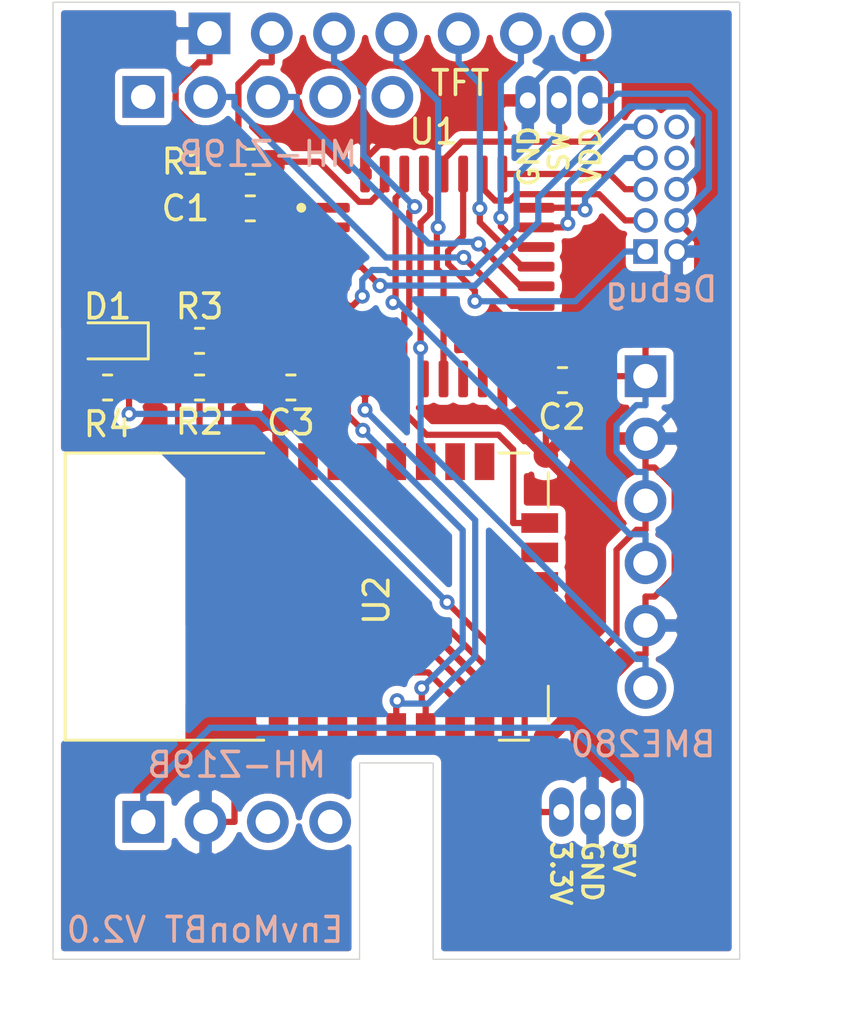
<source format=kicad_pcb>
(kicad_pcb (version 20171130) (host pcbnew "(5.1.5-0-10_14)")

  (general
    (thickness 1.6)
    (drawings 11)
    (tracks 314)
    (zones 0)
    (modules 16)
    (nets 28)
  )

  (page A4)
  (title_block
    (title EnvMonBT)
    (date 2020-10-11)
    (rev 2.0)
  )

  (layers
    (0 F.Cu signal)
    (31 B.Cu signal)
    (32 B.Adhes user)
    (33 F.Adhes user)
    (34 B.Paste user)
    (35 F.Paste user)
    (36 B.SilkS user)
    (37 F.SilkS user)
    (38 B.Mask user)
    (39 F.Mask user)
    (40 Dwgs.User user)
    (41 Cmts.User user)
    (42 Eco1.User user)
    (43 Eco2.User user)
    (44 Edge.Cuts user)
    (45 Margin user)
    (46 B.CrtYd user)
    (47 F.CrtYd user)
    (48 B.Fab user)
    (49 F.Fab user)
  )

  (setup
    (last_trace_width 0.254)
    (trace_clearance 0.2032)
    (zone_clearance 0.3048)
    (zone_45_only no)
    (trace_min 0.2032)
    (via_size 0.6096)
    (via_drill 0.3048)
    (via_min_size 0.6096)
    (via_min_drill 0.3048)
    (uvia_size 0.2032)
    (uvia_drill 0.1016)
    (uvias_allowed no)
    (uvia_min_size 0.2032)
    (uvia_min_drill 0.1016)
    (edge_width 0.05)
    (segment_width 0.2)
    (pcb_text_width 0.3)
    (pcb_text_size 1.5 1.5)
    (mod_edge_width 0.12)
    (mod_text_size 1 1)
    (mod_text_width 0.15)
    (pad_size 1.524 1.524)
    (pad_drill 0.762)
    (pad_to_mask_clearance 0.051)
    (solder_mask_min_width 0.25)
    (aux_axis_origin 0 0)
    (visible_elements FFFFFF7F)
    (pcbplotparams
      (layerselection 0x010fc_ffffffff)
      (usegerberextensions true)
      (usegerberattributes false)
      (usegerberadvancedattributes false)
      (creategerberjobfile false)
      (excludeedgelayer true)
      (linewidth 0.100000)
      (plotframeref false)
      (viasonmask false)
      (mode 1)
      (useauxorigin false)
      (hpglpennumber 1)
      (hpglpenspeed 20)
      (hpglpendiameter 15.000000)
      (psnegative false)
      (psa4output false)
      (plotreference true)
      (plotvalue true)
      (plotinvisibletext false)
      (padsonsilk false)
      (subtractmaskfromsilk false)
      (outputformat 1)
      (mirror false)
      (drillshape 0)
      (scaleselection 1)
      (outputdirectory "EnvMon/"))
  )

  (net 0 "")
  (net 1 +5V)
  (net 2 GND)
  (net 3 +3V3)
  (net 4 TFT_BLK)
  (net 5 TFT_DC)
  (net 6 TFT_RES)
  (net 7 SPI1_MOSI)
  (net 8 SPI1_SCK)
  (net 9 I2C1_SCL)
  (net 10 I2C1_SDA)
  (net 11 USART1_TX)
  (net 12 USART1_RX)
  (net 13 SWDIO)
  (net 14 SWCLK)
  (net 15 NRST)
  (net 16 TDI)
  (net 17 SWO)
  (net 18 TRST)
  (net 19 "Net-(R1-Pad1)")
  (net 20 DISP_SW)
  (net 21 "Net-(D1-Pad2)")
  (net 22 "Net-(R2-Pad1)")
  (net 23 "Net-(R3-Pad2)")
  (net 24 "Net-(R4-Pad2)")
  (net 25 RN4020_WAKE)
  (net 26 USART2_RX)
  (net 27 USART2_TX)

  (net_class Default "これはデフォルトのネット クラスです。"
    (clearance 0.2032)
    (trace_width 0.254)
    (via_dia 0.6096)
    (via_drill 0.3048)
    (uvia_dia 0.2032)
    (uvia_drill 0.1016)
    (diff_pair_width 0.2032)
    (diff_pair_gap 0.254)
    (add_net DISP_SW)
    (add_net I2C1_SCL)
    (add_net I2C1_SDA)
    (add_net NRST)
    (add_net "Net-(D1-Pad2)")
    (add_net "Net-(R1-Pad1)")
    (add_net "Net-(R2-Pad1)")
    (add_net "Net-(R3-Pad2)")
    (add_net "Net-(R4-Pad2)")
    (add_net RN4020_WAKE)
    (add_net SPI1_MOSI)
    (add_net SPI1_SCK)
    (add_net SWCLK)
    (add_net SWDIO)
    (add_net SWO)
    (add_net TDI)
    (add_net TFT_BLK)
    (add_net TFT_DC)
    (add_net TFT_RES)
    (add_net TRST)
    (add_net USART1_RX)
    (add_net USART1_TX)
    (add_net USART2_RX)
    (add_net USART2_TX)
  )

  (net_class Power ""
    (clearance 0.2032)
    (trace_width 0.254)
    (via_dia 0.6096)
    (via_drill 0.3048)
    (uvia_dia 0.2032)
    (uvia_drill 0.1016)
    (diff_pair_width 0.2032)
    (diff_pair_gap 0.254)
    (add_net +3V3)
    (add_net +5V)
    (add_net GND)
  )

  (module Capacitor_SMD:C_0603_1608Metric_Pad1.05x0.95mm_HandSolder (layer F.Cu) (tedit 5B301BBE) (tstamp 5EEE5EA7)
    (at 6.775 15.4)
    (descr "Capacitor SMD 0603 (1608 Metric), square (rectangular) end terminal, IPC_7351 nominal with elongated pad for handsoldering. (Body size source: http://www.tortai-tech.com/upload/download/2011102023233369053.pdf), generated with kicad-footprint-generator")
    (tags "capacitor handsolder")
    (path /5EF38C65)
    (attr smd)
    (fp_text reference C2 (at -0.025 1.5) (layer F.SilkS)
      (effects (font (size 1 1) (thickness 0.15)))
    )
    (fp_text value 0.1uF (at 0 1.43) (layer F.Fab) hide
      (effects (font (size 1 1) (thickness 0.15)))
    )
    (fp_text user %R (at 0 0) (layer F.Fab) hide
      (effects (font (size 0.4 0.4) (thickness 0.06)))
    )
    (fp_line (start 1.65 0.73) (end -1.65 0.73) (layer F.CrtYd) (width 0.05))
    (fp_line (start 1.65 -0.73) (end 1.65 0.73) (layer F.CrtYd) (width 0.05))
    (fp_line (start -1.65 -0.73) (end 1.65 -0.73) (layer F.CrtYd) (width 0.05))
    (fp_line (start -1.65 0.73) (end -1.65 -0.73) (layer F.CrtYd) (width 0.05))
    (fp_line (start -0.171267 0.51) (end 0.171267 0.51) (layer F.SilkS) (width 0.12))
    (fp_line (start -0.171267 -0.51) (end 0.171267 -0.51) (layer F.SilkS) (width 0.12))
    (fp_line (start 0.8 0.4) (end -0.8 0.4) (layer F.Fab) (width 0.1))
    (fp_line (start 0.8 -0.4) (end 0.8 0.4) (layer F.Fab) (width 0.1))
    (fp_line (start -0.8 -0.4) (end 0.8 -0.4) (layer F.Fab) (width 0.1))
    (fp_line (start -0.8 0.4) (end -0.8 -0.4) (layer F.Fab) (width 0.1))
    (pad 2 smd roundrect (at 0.875 0) (size 1.05 0.95) (layers F.Cu F.Paste F.Mask) (roundrect_rratio 0.25)
      (net 2 GND))
    (pad 1 smd roundrect (at -0.875 0) (size 1.05 0.95) (layers F.Cu F.Paste F.Mask) (roundrect_rratio 0.25)
      (net 3 +3V3))
    (model ${KISYS3DMOD}/Capacitor_SMD.3dshapes/C_0603_1608Metric.wrl
      (at (xyz 0 0 0))
      (scale (xyz 1 1 1))
      (rotate (xyz 0 0 0))
    )
  )

  (module Capacitor_SMD:C_0603_1608Metric_Pad1.05x0.95mm_HandSolder (layer F.Cu) (tedit 5B301BBE) (tstamp 5EEE5E96)
    (at -5.955 8.4 180)
    (descr "Capacitor SMD 0603 (1608 Metric), square (rectangular) end terminal, IPC_7351 nominal with elongated pad for handsoldering. (Body size source: http://www.tortai-tech.com/upload/download/2011102023233369053.pdf), generated with kicad-footprint-generator")
    (tags "capacitor handsolder")
    (path /5EF3739C)
    (attr smd)
    (fp_text reference C1 (at 2.645 0) (layer F.SilkS)
      (effects (font (size 1 1) (thickness 0.15)))
    )
    (fp_text value 0.1uF (at 0 1.43) (layer F.Fab) hide
      (effects (font (size 1 1) (thickness 0.15)))
    )
    (fp_text user %R (at 0 0) (layer F.Fab) hide
      (effects (font (size 0.4 0.4) (thickness 0.06)))
    )
    (fp_line (start 1.65 0.73) (end -1.65 0.73) (layer F.CrtYd) (width 0.05))
    (fp_line (start 1.65 -0.73) (end 1.65 0.73) (layer F.CrtYd) (width 0.05))
    (fp_line (start -1.65 -0.73) (end 1.65 -0.73) (layer F.CrtYd) (width 0.05))
    (fp_line (start -1.65 0.73) (end -1.65 -0.73) (layer F.CrtYd) (width 0.05))
    (fp_line (start -0.171267 0.51) (end 0.171267 0.51) (layer F.SilkS) (width 0.12))
    (fp_line (start -0.171267 -0.51) (end 0.171267 -0.51) (layer F.SilkS) (width 0.12))
    (fp_line (start 0.8 0.4) (end -0.8 0.4) (layer F.Fab) (width 0.1))
    (fp_line (start 0.8 -0.4) (end 0.8 0.4) (layer F.Fab) (width 0.1))
    (fp_line (start -0.8 -0.4) (end 0.8 -0.4) (layer F.Fab) (width 0.1))
    (fp_line (start -0.8 0.4) (end -0.8 -0.4) (layer F.Fab) (width 0.1))
    (pad 2 smd roundrect (at 0.875 0 180) (size 1.05 0.95) (layers F.Cu F.Paste F.Mask) (roundrect_rratio 0.25)
      (net 2 GND))
    (pad 1 smd roundrect (at -0.875 0 180) (size 1.05 0.95) (layers F.Cu F.Paste F.Mask) (roundrect_rratio 0.25)
      (net 3 +3V3))
    (model ${KISYS3DMOD}/Capacitor_SMD.3dshapes/C_0603_1608Metric.wrl
      (at (xyz 0 0 0))
      (scale (xyz 1 1 1))
      (rotate (xyz 0 0 0))
    )
  )

  (module Connector_PinSocket_2.54mm:PinSocket_1x06_P2.54mm_Vertical (layer B.Cu) (tedit 5EEDF990) (tstamp 5EEE3565)
    (at 10.16 15.24 180)
    (descr "Through hole straight socket strip, 1x06, 2.54mm pitch, single row (from Kicad 4.0.7), script generated")
    (tags "Through hole socket strip THT 1x06 2.54mm single row")
    (path /5EF0388F)
    (fp_text reference J3 (at 0 2.77 180) (layer B.SilkS) hide
      (effects (font (size 1 1) (thickness 0.15)) (justify mirror))
    )
    (fp_text value AE-BME280 (at 0 -15.47 180) (layer B.Fab) hide
      (effects (font (size 1 1) (thickness 0.15)) (justify mirror))
    )
    (fp_text user %R (at 0 -6.35 90) (layer B.Fab) hide
      (effects (font (size 1 1) (thickness 0.15)) (justify mirror))
    )
    (fp_line (start -1.27 -13.97) (end -1.27 1.27) (layer B.Fab) (width 0.1))
    (fp_line (start 1.27 -13.97) (end -1.27 -13.97) (layer B.Fab) (width 0.1))
    (fp_line (start 1.27 0.635) (end 1.27 -13.97) (layer B.Fab) (width 0.1))
    (fp_line (start 0.635 1.27) (end 1.27 0.635) (layer B.Fab) (width 0.1))
    (fp_line (start -1.27 1.27) (end 0.635 1.27) (layer B.Fab) (width 0.1))
    (fp_text user BME280 (at 0.1 -15) (layer B.SilkS)
      (effects (font (size 1 1) (thickness 0.15)) (justify mirror))
    )
    (pad 6 thru_hole oval (at 0 -12.7 180) (size 1.7 1.7) (drill 1) (layers *.Cu *.Mask)
      (net 9 I2C1_SCL))
    (pad 5 thru_hole oval (at 0 -10.16 180) (size 1.7 1.7) (drill 1) (layers *.Cu *.Mask)
      (net 2 GND))
    (pad 4 thru_hole oval (at 0 -7.62 180) (size 1.7 1.7) (drill 1) (layers *.Cu *.Mask)
      (net 10 I2C1_SDA))
    (pad 3 thru_hole oval (at 0 -5.08 180) (size 1.7 1.7) (drill 1) (layers *.Cu *.Mask)
      (net 3 +3V3))
    (pad 2 thru_hole oval (at 0 -2.54 180) (size 1.7 1.7) (drill 1) (layers *.Cu *.Mask)
      (net 2 GND))
    (pad 1 thru_hole rect (at 0 0 180) (size 1.7 1.7) (drill 1) (layers *.Cu *.Mask)
      (net 3 +3V3))
    (model ${KISYS3DMOD}/Connector_PinSocket_2.54mm.3dshapes/PinSocket_1x06_P2.54mm_Vertical.wrl
      (at (xyz 0 0 0))
      (scale (xyz 1 1 1))
      (rotate (xyz 0 0 0))
    )
  )

  (module Connector_PinHeader_1.27mm:PinHeader_2x05_P1.27mm_Vertical (layer B.Cu) (tedit 5EEDF978) (tstamp 5EEE35B5)
    (at 10.16 10.16)
    (descr "Through hole straight pin header, 2x05, 1.27mm pitch, double rows")
    (tags "Through hole pin header THT 2x05 1.27mm double row")
    (path /5EEC8EEC)
    (fp_text reference J5 (at 0.635 1.695) (layer B.SilkS) hide
      (effects (font (size 1 1) (thickness 0.15)) (justify mirror))
    )
    (fp_text value STM32_Debug (at 0.635 -6.775) (layer B.Fab) hide
      (effects (font (size 1 1) (thickness 0.15)) (justify mirror))
    )
    (fp_text user %R (at 0.635 -2.54 -90) (layer B.Fab) hide
      (effects (font (size 1 1) (thickness 0.15)) (justify mirror))
    )
    (fp_line (start -1.07 -0.2175) (end -0.2175 0.635) (layer B.Fab) (width 0.1))
    (fp_line (start -1.07 -5.715) (end -1.07 -0.2175) (layer B.Fab) (width 0.1))
    (fp_line (start 2.34 -5.715) (end -1.07 -5.715) (layer B.Fab) (width 0.1))
    (fp_line (start 2.34 0.635) (end 2.34 -5.715) (layer B.Fab) (width 0.1))
    (fp_line (start -0.2175 0.635) (end 2.34 0.635) (layer B.Fab) (width 0.1))
    (fp_text user Debug (at 0.64 1.54) (layer B.SilkS)
      (effects (font (size 1 1) (thickness 0.15)) (justify mirror))
    )
    (pad 10 thru_hole oval (at 1.27 -5.08) (size 1 1) (drill 0.65) (layers *.Cu *.Mask))
    (pad 9 thru_hole oval (at 0 -5.08) (size 1 1) (drill 0.65) (layers *.Cu *.Mask)
      (net 13 SWDIO))
    (pad 8 thru_hole oval (at 1.27 -3.81) (size 1 1) (drill 0.65) (layers *.Cu *.Mask))
    (pad 7 thru_hole oval (at 0 -3.81) (size 1 1) (drill 0.65) (layers *.Cu *.Mask)
      (net 14 SWCLK))
    (pad 6 thru_hole oval (at 1.27 -2.54) (size 1 1) (drill 0.65) (layers *.Cu *.Mask)
      (net 15 NRST))
    (pad 5 thru_hole oval (at 0 -2.54) (size 1 1) (drill 0.65) (layers *.Cu *.Mask)
      (net 16 TDI))
    (pad 4 thru_hole oval (at 1.27 -1.27) (size 1 1) (drill 0.65) (layers *.Cu *.Mask)
      (net 3 +3V3))
    (pad 3 thru_hole oval (at 0 -1.27) (size 1 1) (drill 0.65) (layers *.Cu *.Mask)
      (net 17 SWO))
    (pad 2 thru_hole oval (at 1.27 0) (size 1 1) (drill 0.65) (layers *.Cu *.Mask)
      (net 2 GND))
    (pad 1 thru_hole rect (at 0 0) (size 1 1) (drill 0.65) (layers *.Cu *.Mask)
      (net 18 TRST))
    (model ${KISYS3DMOD}/Connector_PinHeader_1.27mm.3dshapes/PinHeader_2x05_P1.27mm_Vertical.wrl
      (at (xyz 0 0 0))
      (scale (xyz 1 1 1))
      (rotate (xyz 0 0 0))
    )
  )

  (module EnvMon:TFT_1.3_IPA (layer F.Cu) (tedit 5EEDF31B) (tstamp 5EEE354B)
    (at 0 1.27)
    (path /5EEC96A8)
    (fp_text reference J2 (at 0 -2) (layer F.SilkS) hide
      (effects (font (size 1 1) (thickness 0.15)))
    )
    (fp_text value TFT (at 0 3.2) (layer F.Fab) hide
      (effects (font (size 1 1) (thickness 0.15)))
    )
    (fp_line (start -13.9 37.9) (end -13.9 -1.3) (layer F.Fab) (width 0.12))
    (fp_line (start 13.9 37.9) (end -13.9 37.9) (layer F.Fab) (width 0.12))
    (fp_line (start 13.9 -1.3) (end 13.9 37.9) (layer F.Fab) (width 0.12))
    (fp_line (start -13.9 -1.3) (end 13.9 -1.3) (layer F.Fab) (width 0.12))
    (fp_text user TFT (at 2.6 2.03) (layer F.SilkS)
      (effects (font (size 1 1) (thickness 0.15)))
    )
    (pad 1 thru_hole rect (at -7.62 0 90) (size 1.7 1.7) (drill 1) (layers *.Cu *.Mask)
      (net 2 GND))
    (pad 5 thru_hole oval (at 2.54 0 90) (size 1.7 1.7) (drill 1) (layers *.Cu *.Mask)
      (net 6 TFT_RES))
    (pad 6 thru_hole oval (at 5.08 0 90) (size 1.7 1.7) (drill 1) (layers *.Cu *.Mask)
      (net 5 TFT_DC))
    (pad 7 thru_hole oval (at 7.62 0 90) (size 1.7 1.7) (drill 1) (layers *.Cu *.Mask)
      (net 4 TFT_BLK))
    (pad 2 thru_hole oval (at -5.08 0 90) (size 1.7 1.7) (drill 1) (layers *.Cu *.Mask)
      (net 3 +3V3))
    (pad 3 thru_hole oval (at -2.54 0 90) (size 1.7 1.7) (drill 1) (layers *.Cu *.Mask)
      (net 8 SPI1_SCK))
    (pad 4 thru_hole oval (at 0 0 90) (size 1.7 1.7) (drill 1) (layers *.Cu *.Mask)
      (net 7 SPI1_MOSI))
  )

  (module EnvMon:LQFP-32_7x7mm_P0.8mm_FusionPCB (layer F.Cu) (tedit 5EEB7036) (tstamp 5EEE3617)
    (at 1.524 11.176)
    (descr "LQFP, 32 Pin (https://www.nxp.com/docs/en/package-information/SOT358-1.pdf), generated with kicad-footprint-generator ipc_gullwing_generator.py")
    (tags "LQFP QFP")
    (path /5EEC4885)
    (attr smd)
    (fp_text reference U1 (at 0 -5.9 180) (layer F.SilkS)
      (effects (font (size 1 1) (thickness 0.15)))
    )
    (fp_text value STM32F303K8Tx (at 0 5.88) (layer F.Fab) hide
      (effects (font (size 1 1) (thickness 0.15)))
    )
    (fp_text user %R (at 0 0) (layer F.Fab) hide
      (effects (font (size 1 1) (thickness 0.15)))
    )
    (fp_line (start -3.5 -2.5) (end -2.5 -3.5) (layer F.Fab) (width 0.1))
    (fp_line (start -3.5 3.5) (end -3.5 -2.5) (layer F.Fab) (width 0.1))
    (fp_line (start 3.5 3.5) (end -3.5 3.5) (layer F.Fab) (width 0.1))
    (fp_line (start 3.5 -3.5) (end 3.5 3.5) (layer F.Fab) (width 0.1))
    (fp_line (start -2.5 -3.5) (end 3.5 -3.5) (layer F.Fab) (width 0.1))
    (fp_circle (center -5.4 -2.8) (end -5.3 -2.8) (layer F.SilkS) (width 0.2))
    (pad 32 smd roundrect (at -2.8 -4.175) (size 0.4 1.5) (layers F.Cu F.Paste F.Mask) (roundrect_rratio 0.25)
      (net 2 GND))
    (pad 31 smd roundrect (at -2 -4.175) (size 0.4 1.5) (layers F.Cu F.Paste F.Mask) (roundrect_rratio 0.25)
      (net 19 "Net-(R1-Pad1)"))
    (pad 30 smd roundrect (at -1.2 -4.175) (size 0.4 1.5) (layers F.Cu F.Paste F.Mask) (roundrect_rratio 0.25)
      (net 10 I2C1_SDA))
    (pad 29 smd roundrect (at -0.4 -4.175) (size 0.4 1.5) (layers F.Cu F.Paste F.Mask) (roundrect_rratio 0.25)
      (net 9 I2C1_SCL))
    (pad 28 smd roundrect (at 0.4 -4.175) (size 0.4 1.5) (layers F.Cu F.Paste F.Mask) (roundrect_rratio 0.25)
      (net 4 TFT_BLK))
    (pad 27 smd roundrect (at 1.2 -4.175) (size 0.4 1.5) (layers F.Cu F.Paste F.Mask) (roundrect_rratio 0.25)
      (net 18 TRST))
    (pad 26 smd roundrect (at 2 -4.175) (size 0.4 1.5) (layers F.Cu F.Paste F.Mask) (roundrect_rratio 0.25)
      (net 17 SWO))
    (pad 25 smd roundrect (at 2.8 -4.175) (size 0.4 1.5) (layers F.Cu F.Paste F.Mask) (roundrect_rratio 0.25)
      (net 16 TDI))
    (pad 24 smd roundrect (at 4.175 -2.8) (size 1.5 0.4) (layers F.Cu F.Paste F.Mask) (roundrect_rratio 0.25)
      (net 14 SWCLK))
    (pad 23 smd roundrect (at 4.175 -2) (size 1.5 0.4) (layers F.Cu F.Paste F.Mask) (roundrect_rratio 0.25)
      (net 13 SWDIO))
    (pad 22 smd roundrect (at 4.175 -1.2) (size 1.5 0.4) (layers F.Cu F.Paste F.Mask) (roundrect_rratio 0.25)
      (net 5 TFT_DC))
    (pad 21 smd roundrect (at 4.175 -0.4) (size 1.5 0.4) (layers F.Cu F.Paste F.Mask) (roundrect_rratio 0.25)
      (net 6 TFT_RES))
    (pad 20 smd roundrect (at 4.175 0.4) (size 1.5 0.4) (layers F.Cu F.Paste F.Mask) (roundrect_rratio 0.25)
      (net 12 USART1_RX))
    (pad 19 smd roundrect (at 4.175 1.2) (size 1.5 0.4) (layers F.Cu F.Paste F.Mask) (roundrect_rratio 0.25)
      (net 11 USART1_TX))
    (pad 18 smd roundrect (at 4.175 2) (size 1.5 0.4) (layers F.Cu F.Paste F.Mask) (roundrect_rratio 0.25))
    (pad 17 smd roundrect (at 4.175 2.8) (size 1.5 0.4) (layers F.Cu F.Paste F.Mask) (roundrect_rratio 0.25)
      (net 3 +3V3))
    (pad 16 smd roundrect (at 2.8 4.175) (size 0.4 1.5) (layers F.Cu F.Paste F.Mask) (roundrect_rratio 0.25)
      (net 2 GND))
    (pad 15 smd roundrect (at 2 4.175) (size 0.4 1.5) (layers F.Cu F.Paste F.Mask) (roundrect_rratio 0.25))
    (pad 14 smd roundrect (at 1.2 4.175) (size 0.4 1.5) (layers F.Cu F.Paste F.Mask) (roundrect_rratio 0.25))
    (pad 13 smd roundrect (at 0.4 4.175) (size 0.4 1.5) (layers F.Cu F.Paste F.Mask) (roundrect_rratio 0.25)
      (net 7 SPI1_MOSI))
    (pad 12 smd roundrect (at -0.4 4.175) (size 0.4 1.5) (layers F.Cu F.Paste F.Mask) (roundrect_rratio 0.25))
    (pad 11 smd roundrect (at -1.2 4.175) (size 0.4 1.5) (layers F.Cu F.Paste F.Mask) (roundrect_rratio 0.25)
      (net 8 SPI1_SCK))
    (pad 10 smd roundrect (at -2 4.175) (size 0.4 1.5) (layers F.Cu F.Paste F.Mask) (roundrect_rratio 0.25)
      (net 25 RN4020_WAKE))
    (pad 9 smd roundrect (at -2.8 4.175) (size 0.4 1.5) (layers F.Cu F.Paste F.Mask) (roundrect_rratio 0.25)
      (net 26 USART2_RX))
    (pad 8 smd roundrect (at -4.175 2.8) (size 1.5 0.4) (layers F.Cu F.Paste F.Mask) (roundrect_rratio 0.25)
      (net 27 USART2_TX))
    (pad 7 smd roundrect (at -4.175 2) (size 1.5 0.4) (layers F.Cu F.Paste F.Mask) (roundrect_rratio 0.25))
    (pad 6 smd roundrect (at -4.175 1.2) (size 1.5 0.4) (layers F.Cu F.Paste F.Mask) (roundrect_rratio 0.25)
      (net 20 DISP_SW))
    (pad 5 smd roundrect (at -4.175 0.4) (size 1.5 0.4) (layers F.Cu F.Paste F.Mask) (roundrect_rratio 0.25)
      (net 3 +3V3))
    (pad 4 smd roundrect (at -4.175 -0.4) (size 1.5 0.4) (layers F.Cu F.Paste F.Mask) (roundrect_rratio 0.25)
      (net 15 NRST))
    (pad 3 smd roundrect (at -4.175 -1.2) (size 1.5 0.4) (layers F.Cu F.Paste F.Mask) (roundrect_rratio 0.25))
    (pad 2 smd roundrect (at -4.175 -2) (size 1.5 0.4) (layers F.Cu F.Paste F.Mask) (roundrect_rratio 0.25))
    (pad 1 smd roundrect (at -4.175 -2.8) (size 1.5 0.4) (layers F.Cu F.Paste F.Mask) (roundrect_rratio 0.25)
      (net 3 +3V3))
    (model ${KISYS3DMOD}/Package_QFP.3dshapes/LQFP-32_7x7mm_P0.8mm.wrl
      (at (xyz 0 0 0))
      (scale (xyz 1 1 1))
      (rotate (xyz 0 0 0))
    )
  )

  (module EnvMon:USB_Power_Pin (layer F.Cu) (tedit 5EECA470) (tstamp 5EEE3530)
    (at 8 33)
    (path /5EEE9882)
    (fp_text reference J1 (at 0 -1.905) (layer F.SilkS) hide
      (effects (font (size 1 1) (thickness 0.15)))
    )
    (fp_text value Power (at 0 4.826) (layer F.Fab) hide
      (effects (font (size 1 1) (thickness 0.15)))
    )
    (fp_text user 5V (at 1.27 1.1 270 unlocked) (layer F.SilkS)
      (effects (font (size 0.8 0.8) (thickness 0.15)) (justify left))
    )
    (fp_text user 3.3V (at -1.2954 1.1 270 unlocked) (layer F.SilkS)
      (effects (font (size 0.8 0.8) (thickness 0.15)) (justify left))
    )
    (fp_text user GND (at -0.0254 1.1 270 unlocked) (layer F.SilkS)
      (effects (font (size 0.8 0.8) (thickness 0.15)) (justify left))
    )
    (pad 3 thru_hole oval (at 1.27 0) (size 1 2) (drill 0.65) (layers *.Cu *.Mask)
      (net 1 +5V))
    (pad 2 thru_hole oval (at 0 0) (size 1 2) (drill 0.65) (layers *.Cu *.Mask)
      (net 2 GND))
    (pad 1 thru_hole oval (at -1.27 0) (size 1 2) (drill 0.65) (layers *.Cu *.Mask)
      (net 3 +3V3))
  )

  (module Resistor_SMD:R_0603_1608Metric_Pad1.05x0.95mm_HandSolder (layer F.Cu) (tedit 5B301BBD) (tstamp 5EEE35C6)
    (at -5.955 6.5 180)
    (descr "Resistor SMD 0603 (1608 Metric), square (rectangular) end terminal, IPC_7351 nominal with elongated pad for handsoldering. (Body size source: http://www.tortai-tech.com/upload/download/2011102023233369053.pdf), generated with kicad-footprint-generator")
    (tags "resistor handsolder")
    (path /5EEF6A12)
    (attr smd)
    (fp_text reference R1 (at 2.645 0) (layer F.SilkS)
      (effects (font (size 1 1) (thickness 0.15)))
    )
    (fp_text value 10k (at 0 1.43) (layer F.Fab) hide
      (effects (font (size 1 1) (thickness 0.15)))
    )
    (fp_text user %R (at 0 0) (layer F.Fab)
      (effects (font (size 0.4 0.4) (thickness 0.06)))
    )
    (fp_line (start 1.65 0.73) (end -1.65 0.73) (layer F.CrtYd) (width 0.05))
    (fp_line (start 1.65 -0.73) (end 1.65 0.73) (layer F.CrtYd) (width 0.05))
    (fp_line (start -1.65 -0.73) (end 1.65 -0.73) (layer F.CrtYd) (width 0.05))
    (fp_line (start -1.65 0.73) (end -1.65 -0.73) (layer F.CrtYd) (width 0.05))
    (fp_line (start -0.171267 0.51) (end 0.171267 0.51) (layer F.SilkS) (width 0.12))
    (fp_line (start -0.171267 -0.51) (end 0.171267 -0.51) (layer F.SilkS) (width 0.12))
    (fp_line (start 0.8 0.4) (end -0.8 0.4) (layer F.Fab) (width 0.1))
    (fp_line (start 0.8 -0.4) (end 0.8 0.4) (layer F.Fab) (width 0.1))
    (fp_line (start -0.8 -0.4) (end 0.8 -0.4) (layer F.Fab) (width 0.1))
    (fp_line (start -0.8 0.4) (end -0.8 -0.4) (layer F.Fab) (width 0.1))
    (pad 2 smd roundrect (at 0.875 0 180) (size 1.05 0.95) (layers F.Cu F.Paste F.Mask) (roundrect_rratio 0.25)
      (net 2 GND))
    (pad 1 smd roundrect (at -0.875 0 180) (size 1.05 0.95) (layers F.Cu F.Paste F.Mask) (roundrect_rratio 0.25)
      (net 19 "Net-(R1-Pad1)"))
    (model ${KISYS3DMOD}/Resistor_SMD.3dshapes/R_0603_1608Metric.wrl
      (at (xyz 0 0 0))
      (scale (xyz 1 1 1))
      (rotate (xyz 0 0 0))
    )
  )

  (module EnvMon:MH-Z19B (layer B.Cu) (tedit 5EEC9D01) (tstamp 5EEE3578)
    (at -10.32 18.63 90)
    (path /5EF03296)
    (fp_text reference J4 (at 0.06 -0.06 -90) (layer B.SilkS) hide
      (effects (font (size 1 1) (thickness 0.15)) (justify mirror))
    )
    (fp_text value MH-Z19B (at 0.06 -2.33 -90) (layer B.Fab) hide
      (effects (font (size 1 1) (thickness 0.15)) (justify mirror))
    )
    (fp_line (start 13.27 15.7) (end -13.23 15.7) (layer B.Fab) (width 0.12))
    (fp_line (start 13.27 -3.8) (end 13.27 15.7) (layer B.Fab) (width 0.12))
    (fp_line (start -13.23 -3.8) (end 13.27 -3.8) (layer B.Fab) (width 0.12))
    (fp_line (start -13.23 15.7) (end -13.23 -3.8) (layer B.Fab) (width 0.12))
    (fp_text user MH-Z19B (at -12.446 3.81) (layer B.SilkS)
      (effects (font (size 1 1) (thickness 0.15)) (justify mirror))
    )
    (fp_text user MH-Z19B (at 12.446 5.08 -180) (layer B.SilkS)
      (effects (font (size 1 1) (thickness 0.15)) (justify mirror))
    )
    (pad 9 thru_hole oval (at 14.77 10.16 90) (size 1.7 1.7) (drill 1) (layers *.Cu *.Mask))
    (pad 8 thru_hole oval (at 14.77 7.62 90) (size 1.7 1.7) (drill 1) (layers *.Cu *.Mask))
    (pad 7 thru_hole oval (at 14.77 5.08 90) (size 1.7 1.7) (drill 1) (layers *.Cu *.Mask)
      (net 12 USART1_RX))
    (pad 6 thru_hole oval (at 14.77 2.54 90) (size 1.7 1.7) (drill 1) (layers *.Cu *.Mask)
      (net 11 USART1_TX))
    (pad 5 thru_hole rect (at 14.77 0 90) (size 1.7 1.7) (drill 1) (layers *.Cu *.Mask))
    (pad 1 thru_hole rect (at -14.77 0 90) (size 1.7 1.7) (drill 1) (layers *.Cu *.Mask)
      (net 1 +5V))
    (pad 2 thru_hole oval (at -14.77 2.54 90) (size 1.7 1.7) (drill 1) (layers *.Cu *.Mask)
      (net 2 GND))
    (pad 3 thru_hole oval (at -14.77 5.08 90) (size 1.7 1.7) (drill 1) (layers *.Cu *.Mask))
    (pad 4 thru_hole oval (at -14.77 7.62 90) (size 1.7 1.7) (drill 1) (layers *.Cu *.Mask))
  )

  (module Capacitor_SMD:C_0603_1608Metric_Pad1.05x0.95mm_HandSolder (layer F.Cu) (tedit 5B301BBE) (tstamp 5F82C171)
    (at -4.3 15.7 180)
    (descr "Capacitor SMD 0603 (1608 Metric), square (rectangular) end terminal, IPC_7351 nominal with elongated pad for handsoldering. (Body size source: http://www.tortai-tech.com/upload/download/2011102023233369053.pdf), generated with kicad-footprint-generator")
    (tags "capacitor handsolder")
    (path /5F894CF9)
    (attr smd)
    (fp_text reference C3 (at 0 -1.43) (layer F.SilkS)
      (effects (font (size 1 1) (thickness 0.15)))
    )
    (fp_text value 0.1uF (at 0 1.43) (layer F.Fab)
      (effects (font (size 1 1) (thickness 0.15)))
    )
    (fp_line (start -0.8 0.4) (end -0.8 -0.4) (layer F.Fab) (width 0.1))
    (fp_line (start -0.8 -0.4) (end 0.8 -0.4) (layer F.Fab) (width 0.1))
    (fp_line (start 0.8 -0.4) (end 0.8 0.4) (layer F.Fab) (width 0.1))
    (fp_line (start 0.8 0.4) (end -0.8 0.4) (layer F.Fab) (width 0.1))
    (fp_line (start -0.171267 -0.51) (end 0.171267 -0.51) (layer F.SilkS) (width 0.12))
    (fp_line (start -0.171267 0.51) (end 0.171267 0.51) (layer F.SilkS) (width 0.12))
    (fp_line (start -1.65 0.73) (end -1.65 -0.73) (layer F.CrtYd) (width 0.05))
    (fp_line (start -1.65 -0.73) (end 1.65 -0.73) (layer F.CrtYd) (width 0.05))
    (fp_line (start 1.65 -0.73) (end 1.65 0.73) (layer F.CrtYd) (width 0.05))
    (fp_line (start 1.65 0.73) (end -1.65 0.73) (layer F.CrtYd) (width 0.05))
    (fp_text user %R (at 0 0) (layer F.Fab)
      (effects (font (size 0.4 0.4) (thickness 0.06)))
    )
    (pad 1 smd roundrect (at -0.875 0 180) (size 1.05 0.95) (layers F.Cu F.Paste F.Mask) (roundrect_rratio 0.25)
      (net 3 +3V3))
    (pad 2 smd roundrect (at 0.875 0 180) (size 1.05 0.95) (layers F.Cu F.Paste F.Mask) (roundrect_rratio 0.25)
      (net 2 GND))
    (model ${KISYS3DMOD}/Capacitor_SMD.3dshapes/C_0603_1608Metric.wrl
      (at (xyz 0 0 0))
      (scale (xyz 1 1 1))
      (rotate (xyz 0 0 0))
    )
  )

  (module LED_SMD:LED_0603_1608Metric_Pad1.05x0.95mm_HandSolder (layer F.Cu) (tedit 5B4B45C9) (tstamp 5F82C184)
    (at -11.775 13.8 180)
    (descr "LED SMD 0603 (1608 Metric), square (rectangular) end terminal, IPC_7351 nominal, (Body size source: http://www.tortai-tech.com/upload/download/2011102023233369053.pdf), generated with kicad-footprint-generator")
    (tags "LED handsolder")
    (path /5F8A016A)
    (attr smd)
    (fp_text reference D1 (at 0 1.4) (layer F.SilkS)
      (effects (font (size 1 1) (thickness 0.15)))
    )
    (fp_text value BT_Connect (at 0 1.43) (layer F.Fab)
      (effects (font (size 1 1) (thickness 0.15)))
    )
    (fp_line (start 0.8 -0.4) (end -0.5 -0.4) (layer F.Fab) (width 0.1))
    (fp_line (start -0.5 -0.4) (end -0.8 -0.1) (layer F.Fab) (width 0.1))
    (fp_line (start -0.8 -0.1) (end -0.8 0.4) (layer F.Fab) (width 0.1))
    (fp_line (start -0.8 0.4) (end 0.8 0.4) (layer F.Fab) (width 0.1))
    (fp_line (start 0.8 0.4) (end 0.8 -0.4) (layer F.Fab) (width 0.1))
    (fp_line (start 0.8 -0.735) (end -1.66 -0.735) (layer F.SilkS) (width 0.12))
    (fp_line (start -1.66 -0.735) (end -1.66 0.735) (layer F.SilkS) (width 0.12))
    (fp_line (start -1.66 0.735) (end 0.8 0.735) (layer F.SilkS) (width 0.12))
    (fp_line (start -1.65 0.73) (end -1.65 -0.73) (layer F.CrtYd) (width 0.05))
    (fp_line (start -1.65 -0.73) (end 1.65 -0.73) (layer F.CrtYd) (width 0.05))
    (fp_line (start 1.65 -0.73) (end 1.65 0.73) (layer F.CrtYd) (width 0.05))
    (fp_line (start 1.65 0.73) (end -1.65 0.73) (layer F.CrtYd) (width 0.05))
    (fp_text user %R (at 0 0) (layer F.Fab)
      (effects (font (size 0.4 0.4) (thickness 0.06)))
    )
    (pad 1 smd roundrect (at -0.875 0 180) (size 1.05 0.95) (layers F.Cu F.Paste F.Mask) (roundrect_rratio 0.25)
      (net 2 GND))
    (pad 2 smd roundrect (at 0.875 0 180) (size 1.05 0.95) (layers F.Cu F.Paste F.Mask) (roundrect_rratio 0.25)
      (net 21 "Net-(D1-Pad2)"))
    (model ${KISYS3DMOD}/LED_SMD.3dshapes/LED_0603_1608Metric.wrl
      (at (xyz 0 0 0))
      (scale (xyz 1 1 1))
      (rotate (xyz 0 0 0))
    )
  )

  (module Resistor_SMD:R_0603_1608Metric_Pad1.05x0.95mm_HandSolder (layer F.Cu) (tedit 5B301BBD) (tstamp 5F82C195)
    (at -8.025 15.7)
    (descr "Resistor SMD 0603 (1608 Metric), square (rectangular) end terminal, IPC_7351 nominal with elongated pad for handsoldering. (Body size source: http://www.tortai-tech.com/upload/download/2011102023233369053.pdf), generated with kicad-footprint-generator")
    (tags "resistor handsolder")
    (path /5F8822CF)
    (attr smd)
    (fp_text reference R2 (at 0 1.4) (layer F.SilkS)
      (effects (font (size 1 1) (thickness 0.15)))
    )
    (fp_text value 10k (at 0 1.43) (layer F.Fab)
      (effects (font (size 1 1) (thickness 0.15)))
    )
    (fp_line (start -0.8 0.4) (end -0.8 -0.4) (layer F.Fab) (width 0.1))
    (fp_line (start -0.8 -0.4) (end 0.8 -0.4) (layer F.Fab) (width 0.1))
    (fp_line (start 0.8 -0.4) (end 0.8 0.4) (layer F.Fab) (width 0.1))
    (fp_line (start 0.8 0.4) (end -0.8 0.4) (layer F.Fab) (width 0.1))
    (fp_line (start -0.171267 -0.51) (end 0.171267 -0.51) (layer F.SilkS) (width 0.12))
    (fp_line (start -0.171267 0.51) (end 0.171267 0.51) (layer F.SilkS) (width 0.12))
    (fp_line (start -1.65 0.73) (end -1.65 -0.73) (layer F.CrtYd) (width 0.05))
    (fp_line (start -1.65 -0.73) (end 1.65 -0.73) (layer F.CrtYd) (width 0.05))
    (fp_line (start 1.65 -0.73) (end 1.65 0.73) (layer F.CrtYd) (width 0.05))
    (fp_line (start 1.65 0.73) (end -1.65 0.73) (layer F.CrtYd) (width 0.05))
    (fp_text user %R (at 0 0) (layer F.Fab)
      (effects (font (size 0.4 0.4) (thickness 0.06)))
    )
    (pad 1 smd roundrect (at -0.875 0) (size 1.05 0.95) (layers F.Cu F.Paste F.Mask) (roundrect_rratio 0.25)
      (net 22 "Net-(R2-Pad1)"))
    (pad 2 smd roundrect (at 0.875 0) (size 1.05 0.95) (layers F.Cu F.Paste F.Mask) (roundrect_rratio 0.25)
      (net 3 +3V3))
    (model ${KISYS3DMOD}/Resistor_SMD.3dshapes/R_0603_1608Metric.wrl
      (at (xyz 0 0 0))
      (scale (xyz 1 1 1))
      (rotate (xyz 0 0 0))
    )
  )

  (module Resistor_SMD:R_0603_1608Metric_Pad1.05x0.95mm_HandSolder (layer F.Cu) (tedit 5B301BBD) (tstamp 5F82C1A6)
    (at -8.025 13.8)
    (descr "Resistor SMD 0603 (1608 Metric), square (rectangular) end terminal, IPC_7351 nominal with elongated pad for handsoldering. (Body size source: http://www.tortai-tech.com/upload/download/2011102023233369053.pdf), generated with kicad-footprint-generator")
    (tags "resistor handsolder")
    (path /5F886E7E)
    (attr smd)
    (fp_text reference R3 (at 0 -1.4) (layer F.SilkS)
      (effects (font (size 1 1) (thickness 0.15)))
    )
    (fp_text value 10k (at 0 1.43) (layer F.Fab)
      (effects (font (size 1 1) (thickness 0.15)))
    )
    (fp_text user %R (at 0 0) (layer F.Fab)
      (effects (font (size 0.4 0.4) (thickness 0.06)))
    )
    (fp_line (start 1.65 0.73) (end -1.65 0.73) (layer F.CrtYd) (width 0.05))
    (fp_line (start 1.65 -0.73) (end 1.65 0.73) (layer F.CrtYd) (width 0.05))
    (fp_line (start -1.65 -0.73) (end 1.65 -0.73) (layer F.CrtYd) (width 0.05))
    (fp_line (start -1.65 0.73) (end -1.65 -0.73) (layer F.CrtYd) (width 0.05))
    (fp_line (start -0.171267 0.51) (end 0.171267 0.51) (layer F.SilkS) (width 0.12))
    (fp_line (start -0.171267 -0.51) (end 0.171267 -0.51) (layer F.SilkS) (width 0.12))
    (fp_line (start 0.8 0.4) (end -0.8 0.4) (layer F.Fab) (width 0.1))
    (fp_line (start 0.8 -0.4) (end 0.8 0.4) (layer F.Fab) (width 0.1))
    (fp_line (start -0.8 -0.4) (end 0.8 -0.4) (layer F.Fab) (width 0.1))
    (fp_line (start -0.8 0.4) (end -0.8 -0.4) (layer F.Fab) (width 0.1))
    (pad 2 smd roundrect (at 0.875 0) (size 1.05 0.95) (layers F.Cu F.Paste F.Mask) (roundrect_rratio 0.25)
      (net 23 "Net-(R3-Pad2)"))
    (pad 1 smd roundrect (at -0.875 0) (size 1.05 0.95) (layers F.Cu F.Paste F.Mask) (roundrect_rratio 0.25)
      (net 2 GND))
    (model ${KISYS3DMOD}/Resistor_SMD.3dshapes/R_0603_1608Metric.wrl
      (at (xyz 0 0 0))
      (scale (xyz 1 1 1))
      (rotate (xyz 0 0 0))
    )
  )

  (module Resistor_SMD:R_0603_1608Metric_Pad1.05x0.95mm_HandSolder (layer F.Cu) (tedit 5B301BBD) (tstamp 5F82C1B7)
    (at -11.775 15.7)
    (descr "Resistor SMD 0603 (1608 Metric), square (rectangular) end terminal, IPC_7351 nominal with elongated pad for handsoldering. (Body size source: http://www.tortai-tech.com/upload/download/2011102023233369053.pdf), generated with kicad-footprint-generator")
    (tags "resistor handsolder")
    (path /5F8A2514)
    (attr smd)
    (fp_text reference R4 (at 0 1.5) (layer F.SilkS)
      (effects (font (size 1 1) (thickness 0.15)))
    )
    (fp_text value 1k (at 0 1.43) (layer F.Fab)
      (effects (font (size 1 1) (thickness 0.15)))
    )
    (fp_line (start -0.8 0.4) (end -0.8 -0.4) (layer F.Fab) (width 0.1))
    (fp_line (start -0.8 -0.4) (end 0.8 -0.4) (layer F.Fab) (width 0.1))
    (fp_line (start 0.8 -0.4) (end 0.8 0.4) (layer F.Fab) (width 0.1))
    (fp_line (start 0.8 0.4) (end -0.8 0.4) (layer F.Fab) (width 0.1))
    (fp_line (start -0.171267 -0.51) (end 0.171267 -0.51) (layer F.SilkS) (width 0.12))
    (fp_line (start -0.171267 0.51) (end 0.171267 0.51) (layer F.SilkS) (width 0.12))
    (fp_line (start -1.65 0.73) (end -1.65 -0.73) (layer F.CrtYd) (width 0.05))
    (fp_line (start -1.65 -0.73) (end 1.65 -0.73) (layer F.CrtYd) (width 0.05))
    (fp_line (start 1.65 -0.73) (end 1.65 0.73) (layer F.CrtYd) (width 0.05))
    (fp_line (start 1.65 0.73) (end -1.65 0.73) (layer F.CrtYd) (width 0.05))
    (fp_text user %R (at 0 0) (layer F.Fab)
      (effects (font (size 0.4 0.4) (thickness 0.06)))
    )
    (pad 1 smd roundrect (at -0.875 0) (size 1.05 0.95) (layers F.Cu F.Paste F.Mask) (roundrect_rratio 0.25)
      (net 21 "Net-(D1-Pad2)"))
    (pad 2 smd roundrect (at 0.875 0) (size 1.05 0.95) (layers F.Cu F.Paste F.Mask) (roundrect_rratio 0.25)
      (net 24 "Net-(R4-Pad2)"))
    (model ${KISYS3DMOD}/Resistor_SMD.3dshapes/R_0603_1608Metric.wrl
      (at (xyz 0 0 0))
      (scale (xyz 1 1 1))
      (rotate (xyz 0 0 0))
    )
  )

  (module EnvMon:TouchSW (layer F.Cu) (tedit 5F82B7CD) (tstamp 5F82C1C1)
    (at 6.63 4 180)
    (path /5F826EAA)
    (fp_text reference SW1 (at 0 -1.905) (layer F.SilkS) hide
      (effects (font (size 1 1) (thickness 0.15)))
    )
    (fp_text value TouchSW (at 0 4.826) (layer F.Fab) hide
      (effects (font (size 1 1) (thickness 0.15)))
    )
    (fp_text user GND (at 1.23 -3.6 90 unlocked) (layer F.SilkS)
      (effects (font (size 0.8 0.8) (thickness 0.15)) (justify left))
    )
    (fp_text user SW (at 0 -3 90 unlocked) (layer F.SilkS)
      (effects (font (size 0.8 0.8) (thickness 0.15)) (justify left))
    )
    (fp_text user VDD (at -1.3 -3.5 90 unlocked) (layer F.SilkS)
      (effects (font (size 0.8 0.8) (thickness 0.15)) (justify left))
    )
    (pad 3 thru_hole oval (at 1.27 0 180) (size 1 2) (drill 0.65) (layers *.Cu *.Mask)
      (net 2 GND))
    (pad 2 thru_hole oval (at 0 0 180) (size 1 2) (drill 0.65) (layers *.Cu *.Mask)
      (net 20 DISP_SW))
    (pad 1 thru_hole oval (at -1.27 0 180) (size 1 2) (drill 0.65) (layers *.Cu *.Mask)
      (net 3 +3V3))
  )

  (module EnvMon:RN4020 (layer F.Cu) (tedit 5F824359) (tstamp 5F82C1E9)
    (at 6.096 29.972 90)
    (path /5F825178)
    (fp_text reference U2 (at 5.6 -6.9 90) (layer F.SilkS)
      (effects (font (size 1 1) (thickness 0.15)))
    )
    (fp_text value RN4020 (at 5.6 -8.4 90) (layer F.Fab)
      (effects (font (size 1 1) (thickness 0.15)))
    )
    (fp_line (start 0 -19.5) (end 11.5 -19.5) (layer F.Fab) (width 0.12))
    (fp_line (start 11.5 -19.5) (end 11.5 0) (layer F.Fab) (width 0.12))
    (fp_line (start 11.5 0) (end 0 0) (layer F.Fab) (width 0.12))
    (fp_line (start 0 0) (end 0 -19.5) (layer F.Fab) (width 0.12))
    (fp_line (start 0 -14.55) (end 11.5 -14.55) (layer F.Fab) (width 0.12))
    (fp_line (start -0.1 -11.5) (end -0.1 -19.6) (layer F.SilkS) (width 0.12))
    (fp_line (start -0.1 -19.6) (end 11.6 -19.6) (layer F.SilkS) (width 0.12))
    (fp_line (start 11.6 -19.6) (end 11.6 -11.5) (layer F.SilkS) (width 0.12))
    (fp_line (start 11.6 -1.9) (end 11.6 -0.7) (layer F.SilkS) (width 0.12))
    (fp_line (start 10.8 0.1) (end 9.4 0.1) (layer F.SilkS) (width 0.12))
    (fp_line (start -0.1 -1.9) (end -0.1 -0.7) (layer F.SilkS) (width 0.12))
    (fp_line (start 0.7 0.1) (end 2.1 0.1) (layer F.SilkS) (width 0.12))
    (pad 1 smd rect (at 0.25 -10.9 90) (size 1.5 0.8) (layers F.Cu F.Paste F.Mask)
      (net 2 GND))
    (pad 2 smd rect (at 0.25 -9.7 90) (size 1.5 0.8) (layers F.Cu F.Paste F.Mask))
    (pad 3 smd rect (at 0.25 -8.5 90) (size 1.5 0.8) (layers F.Cu F.Paste F.Mask))
    (pad 4 smd rect (at 0.25 -7.3 90) (size 1.5 0.8) (layers F.Cu F.Paste F.Mask))
    (pad 5 smd rect (at 0.25 -6.1 90) (size 1.5 0.8) (layers F.Cu F.Paste F.Mask)
      (net 26 USART2_RX))
    (pad 6 smd rect (at 0.25 -4.9 90) (size 1.5 0.8) (layers F.Cu F.Paste F.Mask)
      (net 27 USART2_TX))
    (pad 7 smd rect (at 0.25 -3.7 90) (size 1.5 0.8) (layers F.Cu F.Paste F.Mask)
      (net 22 "Net-(R2-Pad1)"))
    (pad 8 smd rect (at 0.25 -2.5 90) (size 1.5 0.8) (layers F.Cu F.Paste F.Mask)
      (net 23 "Net-(R3-Pad2)"))
    (pad 9 smd circle (at 0 0 90) (size 1 1) (layers F.Cu F.Paste F.Mask)
      (net 2 GND))
    (pad 10 smd rect (at 2.75 -0.25 90) (size 0.8 1.5) (layers F.Cu F.Paste F.Mask)
      (net 24 "Net-(R4-Pad2)"))
    (pad 11 smd rect (at 3.95 -0.25 90) (size 0.8 1.5) (layers F.Cu F.Paste F.Mask))
    (pad 12 smd rect (at 5.15 -0.25 90) (size 0.8 1.5) (layers F.Cu F.Paste F.Mask))
    (pad 13 smd rect (at 6.35 -0.25 90) (size 0.8 1.5) (layers F.Cu F.Paste F.Mask))
    (pad 14 smd rect (at 7.55 -0.25 90) (size 0.8 1.5) (layers F.Cu F.Paste F.Mask))
    (pad 15 smd rect (at 8.75 -0.25 90) (size 0.8 1.5) (layers F.Cu F.Paste F.Mask)
      (net 25 RN4020_WAKE))
    (pad 16 smd circle (at 11.5 0 90) (size 1 1) (layers F.Cu F.Paste F.Mask)
      (net 2 GND))
    (pad 17 smd rect (at 11.25 -2.5 90) (size 1.5 0.8) (layers F.Cu F.Paste F.Mask))
    (pad 18 smd rect (at 11.25 -3.7 90) (size 1.5 0.8) (layers F.Cu F.Paste F.Mask))
    (pad 19 smd rect (at 11.25 -4.9 90) (size 1.5 0.8) (layers F.Cu F.Paste F.Mask))
    (pad 20 smd rect (at 11.25 -6.1 90) (size 1.5 0.8) (layers F.Cu F.Paste F.Mask))
    (pad 21 smd rect (at 11.25 -7.3 90) (size 1.5 0.8) (layers F.Cu F.Paste F.Mask))
    (pad 22 smd rect (at 11.25 -8.5 90) (size 1.5 0.8) (layers F.Cu F.Paste F.Mask))
    (pad 23 smd rect (at 11.25 -9.7 90) (size 1.5 0.8) (layers F.Cu F.Paste F.Mask)
      (net 3 +3V3))
    (pad 24 smd rect (at 11.25 -10.9 90) (size 1.5 0.8) (layers F.Cu F.Paste F.Mask)
      (net 2 GND))
  )

  (dimension 39 (width 0.15) (layer F.Fab)
    (gr_text "39.000 mm" (at 17.3 19.5 90) (layer F.Fab)
      (effects (font (size 1 1) (thickness 0.15)))
    )
    (feature1 (pts (xy 15 0) (xy 16.586421 0)))
    (feature2 (pts (xy 15 39) (xy 16.586421 39)))
    (crossbar (pts (xy 16 39) (xy 16 0)))
    (arrow1a (pts (xy 16 0) (xy 16.586421 1.126504)))
    (arrow1b (pts (xy 16 0) (xy 15.413579 1.126504)))
    (arrow2a (pts (xy 16 39) (xy 16.586421 37.873496)))
    (arrow2b (pts (xy 16 39) (xy 15.413579 37.873496)))
  )
  (dimension 28 (width 0.15) (layer F.Fab)
    (gr_text "28.000 mm" (at 0 42.3) (layer F.Fab)
      (effects (font (size 1 1) (thickness 0.15)))
    )
    (feature1 (pts (xy 14 40) (xy 14 41.586421)))
    (feature2 (pts (xy -14 40) (xy -14 41.586421)))
    (crossbar (pts (xy -14 41) (xy 14 41)))
    (arrow1a (pts (xy 14 41) (xy 12.873496 41.586421)))
    (arrow1b (pts (xy 14 41) (xy 12.873496 40.413579)))
    (arrow2a (pts (xy -14 41) (xy -12.873496 41.586421)))
    (arrow2b (pts (xy -14 41) (xy -12.873496 40.413579)))
  )
  (gr_text "EnvMonBT V2.0" (at -7.8 37.8) (layer B.SilkS)
    (effects (font (size 1 1) (thickness 0.15)) (justify mirror))
  )
  (gr_line (start -14 39) (end -14 0) (layer Edge.Cuts) (width 0.05) (tstamp 5EEE41A2))
  (gr_line (start -1.5 39) (end -14 39) (layer Edge.Cuts) (width 0.05))
  (gr_line (start -1.5 31) (end -1.5 39) (layer Edge.Cuts) (width 0.05))
  (gr_line (start 1.5 31) (end -1.5 31) (layer Edge.Cuts) (width 0.05))
  (gr_line (start 1.5 39) (end 1.5 31) (layer Edge.Cuts) (width 0.05))
  (gr_line (start 14 39) (end 1.5 39) (layer Edge.Cuts) (width 0.05))
  (gr_line (start 14 0) (end 14 39) (layer Edge.Cuts) (width 0.05))
  (gr_line (start -14 0) (end 14 0) (layer Edge.Cuts) (width 0.05))

  (segment (start 9.27 33) (end 9.27 31.6695) (width 0.254) (layer B.Cu) (net 1))
  (segment (start -10.32 32.296) (end -7.58959 29.56559) (width 0.254) (layer B.Cu) (net 1))
  (segment (start -10.32 33.4) (end -10.32 32.296) (width 0.254) (layer B.Cu) (net 1))
  (segment (start 7.16609 29.56559) (end 9.27 31.6695) (width 0.254) (layer B.Cu) (net 1))
  (segment (start -7.58959 29.56559) (end 7.16609 29.56559) (width 0.254) (layer B.Cu) (net 1))
  (segment (start 11.43 10.16) (end 13.2323 8.3577) (width 0.254) (layer B.Cu) (net 2))
  (segment (start 13.2323 8.3577) (end 13.2323 4.3544) (width 0.254) (layer B.Cu) (net 2))
  (segment (start 13.2323 4.3544) (end 11.5473 2.6694) (width 0.254) (layer B.Cu) (net 2))
  (segment (start 11.5473 2.6694) (end 6.2472 2.6694) (width 0.254) (layer B.Cu) (net 2))
  (segment (start 6.2472 2.6694) (end 5.36 3.5566) (width 0.254) (layer B.Cu) (net 2))
  (segment (start 5.36 3.5566) (end 5.36 4) (width 0.254) (layer B.Cu) (net 2))
  (segment (start 10.16 17.78) (end 11.43 16.51) (width 0.254) (layer B.Cu) (net 2))
  (segment (start 11.43 16.51) (end 11.43 10.16) (width 0.254) (layer B.Cu) (net 2))
  (segment (start -6.83 8.4) (end -6.83 6.5) (width 0.254) (layer F.Cu) (net 2))
  (segment (start -1.276 7.001) (end -1.276 6.4071) (width 0.254) (layer F.Cu) (net 2))
  (segment (start -1.276 6.4071) (end 0.0109 5.1202) (width 0.254) (layer F.Cu) (net 2))
  (segment (start 0.0109 5.1202) (end 3.4093 5.1202) (width 0.254) (layer F.Cu) (net 2))
  (segment (start 3.4093 5.1202) (end 4.5295 4) (width 0.254) (layer F.Cu) (net 2))
  (segment (start 6.3708 30.0402) (end 9.8305 26.5805) (width 0.254) (layer F.Cu) (net 2))
  (segment (start 9.8305 26.5805) (end 10.16 26.5805) (width 0.254) (layer F.Cu) (net 2))
  (segment (start 8 31.6695) (end 6.3708 30.0403) (width 0.254) (layer F.Cu) (net 2))
  (segment (start 6.3708 30.0403) (end 6.3708 30.0402) (width 0.254) (layer F.Cu) (net 2))
  (segment (start 6.096 29.972) (end 6.1642 30.0402) (width 0.254) (layer F.Cu) (net 2))
  (segment (start 6.1642 30.0402) (end 6.3708 30.0402) (width 0.254) (layer F.Cu) (net 2))
  (segment (start 10.16 25.4) (end 10.16 26.5805) (width 0.254) (layer F.Cu) (net 2))
  (segment (start 10.16 17.78) (end 10.16 18.9605) (width 0.254) (layer F.Cu) (net 2))
  (segment (start 10.16 25.4) (end 10.16 24.2195) (width 0.254) (layer F.Cu) (net 2))
  (segment (start 10.16 24.2195) (end 10.5289 24.2195) (width 0.254) (layer F.Cu) (net 2))
  (segment (start 10.5289 24.2195) (end 11.3495 23.3989) (width 0.254) (layer F.Cu) (net 2))
  (segment (start 11.3495 23.3989) (end 11.3495 19.7831) (width 0.254) (layer F.Cu) (net 2))
  (segment (start 11.3495 19.7831) (end 10.5269 18.9605) (width 0.254) (layer F.Cu) (net 2))
  (segment (start 10.5269 18.9605) (end 10.16 18.9605) (width 0.254) (layer F.Cu) (net 2))
  (segment (start 5.36 4) (end 4.5295 4) (width 0.254) (layer F.Cu) (net 2))
  (segment (start 7.65 16.3535) (end 6.8655 16.3535) (width 0.254) (layer F.Cu) (net 2))
  (segment (start 6.8655 16.3535) (end 6.096 17.123) (width 0.254) (layer F.Cu) (net 2))
  (segment (start 8.9795 17.78) (end 8.9795 17.683) (width 0.254) (layer F.Cu) (net 2))
  (segment (start 8.9795 17.683) (end 7.65 16.3535) (width 0.254) (layer F.Cu) (net 2))
  (segment (start 7.65 16.3535) (end 7.65 15.4) (width 0.254) (layer F.Cu) (net 2))
  (segment (start 6.096 17.123) (end 6.096 18.472) (width 0.254) (layer F.Cu) (net 2))
  (segment (start 4.324 15.351) (end 6.096 17.123) (width 0.254) (layer F.Cu) (net 2))
  (segment (start 10.16 17.78) (end 8.9795 17.78) (width 0.254) (layer F.Cu) (net 2))
  (segment (start 8 33) (end 8 31.6695) (width 0.254) (layer F.Cu) (net 2))
  (segment (start -6.83 12.9649) (end -6.83 8.4) (width 0.254) (layer F.Cu) (net 2))
  (segment (start -6.83 12.9649) (end -8.0649 12.9649) (width 0.254) (layer F.Cu) (net 2))
  (segment (start -8.0649 12.9649) (end -8.9 13.8) (width 0.254) (layer F.Cu) (net 2))
  (segment (start -5.175 15.7) (end -5.175 14.4129) (width 0.254) (layer F.Cu) (net 2))
  (segment (start -5.175 14.4129) (end -6.623 12.9649) (width 0.254) (layer F.Cu) (net 2))
  (segment (start -6.623 12.9649) (end -6.83 12.9649) (width 0.254) (layer F.Cu) (net 2))
  (segment (start 8 33) (end 8 31.6695) (width 0.254) (layer B.Cu) (net 2))
  (segment (start -9.775 13.8) (end -8.9 13.8) (width 0.254) (layer F.Cu) (net 2))
  (segment (start -10.9 13.8) (end -9.775 13.8) (width 0.254) (layer F.Cu) (net 2))
  (segment (start -7.62 2.4505) (end -8.0627 2.4505) (width 0.254) (layer F.Cu) (net 2))
  (segment (start -8.0627 2.4505) (end -9.0003 3.3881) (width 0.254) (layer F.Cu) (net 2))
  (segment (start -9.0003 3.3881) (end -9.0003 4.3297) (width 0.254) (layer F.Cu) (net 2))
  (segment (start -9.0003 4.3297) (end -6.83 6.5) (width 0.254) (layer F.Cu) (net 2))
  (segment (start -7.62 1.27) (end -7.62 2.4505) (width 0.254) (layer F.Cu) (net 2))
  (segment (start -4.804 17.6415) (end -5.175 17.2705) (width 0.254) (layer F.Cu) (net 2))
  (segment (start -5.175 17.2705) (end -5.175 15.7) (width 0.254) (layer F.Cu) (net 2))
  (segment (start -7.78 33.4) (end -6.5995 33.4) (width 0.254) (layer F.Cu) (net 2))
  (segment (start -4.804 29.722) (end -4.804 30.8025) (width 0.254) (layer F.Cu) (net 2))
  (segment (start -4.804 30.8025) (end -6.5995 32.598) (width 0.254) (layer F.Cu) (net 2))
  (segment (start -6.5995 32.598) (end -6.5995 33.4) (width 0.254) (layer F.Cu) (net 2))
  (segment (start -4.804 18.722) (end -4.804 17.6415) (width 0.254) (layer F.Cu) (net 2))
  (segment (start -7.78 32.197919) (end -5.604881 30.0228) (width 0.254) (layer B.Cu) (net 2))
  (segment (start -7.78 33.4) (end -7.78 32.197919) (width 0.254) (layer B.Cu) (net 2))
  (segment (start 6.3533 30.0228) (end 8 31.6695) (width 0.254) (layer B.Cu) (net 2))
  (segment (start -5.604881 30.0228) (end 6.3533 30.0228) (width 0.254) (layer B.Cu) (net 2))
  (segment (start -9.75521 14.13021) (end -9.425 13.8) (width 0.254) (layer F.Cu) (net 2))
  (segment (start -9.75521 17.460382) (end -9.75521 14.13021) (width 0.254) (layer F.Cu) (net 2))
  (segment (start -4.804 22.411592) (end -9.75521 17.460382) (width 0.254) (layer F.Cu) (net 2))
  (segment (start -9.425 13.8) (end -8.9 13.8) (width 0.254) (layer F.Cu) (net 2))
  (segment (start -4.804 29.722) (end -4.804 22.411592) (width 0.254) (layer F.Cu) (net 2))
  (segment (start -5.08 8.4) (end -5.955 7.525) (width 0.254) (layer F.Cu) (net 3))
  (segment (start -5.955 7.525) (end -5.955 5.7814) (width 0.254) (layer F.Cu) (net 3))
  (segment (start -5.955 5.7814) (end -6.4394 5.297) (width 0.254) (layer F.Cu) (net 3))
  (segment (start -6.4394 5.297) (end -6.4394 3.3207) (width 0.254) (layer F.Cu) (net 3))
  (segment (start -6.4394 3.3207) (end -5.5692 2.4505) (width 0.254) (layer F.Cu) (net 3))
  (segment (start -5.5692 2.4505) (end -5.08 2.4505) (width 0.254) (layer F.Cu) (net 3))
  (segment (start -3.7733 8.4) (end -5.08 8.4) (width 0.254) (layer F.Cu) (net 3))
  (segment (start -5.08 1.27) (end -5.08 2.4505) (width 0.254) (layer F.Cu) (net 3))
  (segment (start 5.9 14.529) (end 5.9 15.4) (width 0.254) (layer F.Cu) (net 3))
  (segment (start 5.699 13.976) (end 5.9 14.177) (width 0.254) (layer F.Cu) (net 3))
  (segment (start 5.9 14.177) (end 5.9 14.529) (width 0.254) (layer F.Cu) (net 3))
  (segment (start 8.9795 15.24) (end 8.2685 14.529) (width 0.254) (layer F.Cu) (net 3))
  (segment (start 8.2685 14.529) (end 5.9 14.529) (width 0.254) (layer F.Cu) (net 3))
  (segment (start 10.16 15.24) (end 10.16 14.0595) (width 0.254) (layer F.Cu) (net 3))
  (segment (start 11.43 8.89) (end 12.266 9.726) (width 0.254) (layer F.Cu) (net 3))
  (segment (start 12.266 9.726) (end 12.266 11.9535) (width 0.254) (layer F.Cu) (net 3))
  (segment (start 12.266 11.9535) (end 10.16 14.0595) (width 0.254) (layer F.Cu) (net 3))
  (segment (start 10.16 15.24) (end 8.9795 15.24) (width 0.254) (layer F.Cu) (net 3))
  (segment (start 7.9 4) (end 8.7305 4) (width 0.254) (layer B.Cu) (net 3))
  (segment (start 11.43 8.89) (end 12.7462 7.5738) (width 0.254) (layer B.Cu) (net 3))
  (segment (start 12.7462 7.5738) (end 12.7462 4.5277) (width 0.254) (layer B.Cu) (net 3))
  (segment (start 12.7462 4.5277) (end 11.9468 3.7283) (width 0.254) (layer B.Cu) (net 3))
  (segment (start 11.9468 3.7283) (end 9.0022 3.7283) (width 0.254) (layer B.Cu) (net 3))
  (segment (start 9.0022 3.7283) (end 8.7305 4) (width 0.254) (layer B.Cu) (net 3))
  (segment (start -3.7733 8.4) (end -2.675 8.4) (width 0.254) (layer F.Cu) (net 3))
  (segment (start -2.675 8.4) (end -2.651 8.376) (width 0.254) (layer F.Cu) (net 3))
  (segment (start -3.425 15.7) (end -3.604 15.879) (width 0.254) (layer F.Cu) (net 3))
  (segment (start -3.604 15.879) (end -3.604 18.722) (width 0.254) (layer F.Cu) (net 3))
  (segment (start 5.2325 28.639) (end 5.2325 32.333) (width 0.254) (layer F.Cu) (net 3))
  (segment (start 5.2325 32.333) (end 5.8995 33) (width 0.254) (layer F.Cu) (net 3))
  (segment (start -3.604 19.8025) (end 5.2325 28.639) (width 0.254) (layer F.Cu) (net 3))
  (segment (start 10.16 21.5005) (end 9.791 21.5005) (width 0.254) (layer F.Cu) (net 3))
  (segment (start 9.791 21.5005) (end 8.9795 22.312) (width 0.254) (layer F.Cu) (net 3))
  (segment (start 8.9795 22.312) (end 8.9795 25.8005) (width 0.254) (layer F.Cu) (net 3))
  (segment (start 8.9795 25.8005) (end 6.141 28.639) (width 0.254) (layer F.Cu) (net 3))
  (segment (start 6.141 28.639) (end 5.2325 28.639) (width 0.254) (layer F.Cu) (net 3))
  (segment (start 10.16 20.32) (end 10.16 21.5005) (width 0.254) (layer F.Cu) (net 3))
  (segment (start -7.15 15.7) (end -7.15 17.9948) (width 0.254) (layer F.Cu) (net 3))
  (segment (start -7.15 17.9948) (end -5.3423 19.8025) (width 0.254) (layer F.Cu) (net 3))
  (segment (start -5.3423 19.8025) (end -3.604 19.8025) (width 0.254) (layer F.Cu) (net 3))
  (segment (start 6.73 33) (end 5.8995 33) (width 0.254) (layer F.Cu) (net 3))
  (segment (start 10.16 15.24) (end 10.16 16.4205) (width 0.254) (layer B.Cu) (net 3))
  (segment (start 10.16 20.32) (end 10.16 19.1395) (width 0.254) (layer B.Cu) (net 3))
  (segment (start 10.16 19.1395) (end 9.7911 19.1395) (width 0.254) (layer B.Cu) (net 3))
  (segment (start 9.7911 19.1395) (end 8.9795 18.3279) (width 0.254) (layer B.Cu) (net 3))
  (segment (start 8.9795 18.3279) (end 8.9795 17.232) (width 0.254) (layer B.Cu) (net 3))
  (segment (start 8.9795 17.232) (end 9.791 16.4205) (width 0.254) (layer B.Cu) (net 3))
  (segment (start 9.791 16.4205) (end 10.16 16.4205) (width 0.254) (layer B.Cu) (net 3))
  (segment (start -3.604 18.722) (end -3.604 19.8025) (width 0.254) (layer F.Cu) (net 3))
  (segment (start -3.7359 15.3891) (end -3.425 15.7) (width 0.254) (layer F.Cu) (net 3))
  (segment (start -3.7359 11.6607) (end -3.7359 15.3891) (width 0.254) (layer F.Cu) (net 3))
  (segment (start -3.6512 11.576) (end -3.7359 11.6607) (width 0.254) (layer F.Cu) (net 3))
  (segment (start -2.651 11.576) (end -3.6512 11.576) (width 0.254) (layer F.Cu) (net 3))
  (segment (start -5.08 10.1472) (end -5.08 8.4) (width 0.254) (layer F.Cu) (net 3))
  (segment (start -3.6512 11.576) (end -5.08 10.1472) (width 0.254) (layer F.Cu) (net 3))
  (segment (start 7.62 1.27) (end 7.62 2.4505) (width 0.254) (layer F.Cu) (net 4))
  (segment (start 1.924 7.001) (end 1.924 6.4238) (width 0.254) (layer F.Cu) (net 4))
  (segment (start 1.924 6.4238) (end 2.666 5.6818) (width 0.254) (layer F.Cu) (net 4))
  (segment (start 2.666 5.6818) (end 7.9633 5.6818) (width 0.254) (layer F.Cu) (net 4))
  (segment (start 7.9633 5.6818) (end 8.7553 4.8898) (width 0.254) (layer F.Cu) (net 4))
  (segment (start 8.7553 4.8898) (end 8.7553 3.1769) (width 0.254) (layer F.Cu) (net 4))
  (segment (start 8.7553 3.1769) (end 8.0289 2.4505) (width 0.254) (layer F.Cu) (net 4))
  (segment (start 8.0289 2.4505) (end 7.62 2.4505) (width 0.254) (layer F.Cu) (net 4))
  (segment (start 5.699 9.976) (end 5.091 9.976) (width 0.254) (layer F.Cu) (net 5))
  (segment (start 5.091 9.976) (end 4.2618 9.1468) (width 0.254) (layer F.Cu) (net 5))
  (segment (start 4.2618 9.1468) (end 4.2618 8.7756) (width 0.254) (layer F.Cu) (net 5))
  (segment (start 5.08 2.4505) (end 4.2618 3.2687) (width 0.254) (layer B.Cu) (net 5))
  (segment (start 4.2618 3.2687) (end 4.2618 8.7756) (width 0.254) (layer B.Cu) (net 5))
  (segment (start 5.08 1.27) (end 5.08 2.4505) (width 0.254) (layer B.Cu) (net 5))
  (via (at 4.2618 8.7756) (size 0.6096) (layers F.Cu B.Cu) (net 5))
  (segment (start 2.54 1.27) (end 2.54 2.4505) (width 0.254) (layer B.Cu) (net 6))
  (segment (start 5.699 10.776) (end 5.1402 10.776) (width 0.254) (layer F.Cu) (net 6))
  (segment (start 5.1402 10.776) (end 4.618 10.2538) (width 0.254) (layer F.Cu) (net 6))
  (segment (start 4.618 10.2538) (end 4.618 10.1819) (width 0.254) (layer F.Cu) (net 6))
  (segment (start 4.618 10.1819) (end 3.404 8.9679) (width 0.254) (layer F.Cu) (net 6))
  (segment (start 3.404 8.9679) (end 3.404 8.4) (width 0.254) (layer F.Cu) (net 6))
  (segment (start 3.404 8.4) (end 3.404 3.3145) (width 0.254) (layer B.Cu) (net 6))
  (segment (start 3.404 3.3145) (end 2.54 2.4505) (width 0.254) (layer B.Cu) (net 6))
  (via (at 3.404 8.4) (size 0.6096) (layers F.Cu B.Cu) (net 6))
  (segment (start 1.7032 9.1758) (end 1.6525 9.2265) (width 0.254) (layer F.Cu) (net 7))
  (segment (start 1.6525 9.2265) (end 1.6525 10.8547) (width 0.254) (layer F.Cu) (net 7))
  (segment (start 1.6525 10.8547) (end 1.924 11.1262) (width 0.254) (layer F.Cu) (net 7))
  (segment (start 1.924 11.1262) (end 1.924 15.351) (width 0.254) (layer F.Cu) (net 7))
  (segment (start 0 2.4505) (end 0.1223 2.4505) (width 0.254) (layer B.Cu) (net 7))
  (segment (start 0.1223 2.4505) (end 1.7032 4.0314) (width 0.254) (layer B.Cu) (net 7))
  (segment (start 1.7032 4.0314) (end 1.7032 9.1758) (width 0.254) (layer B.Cu) (net 7))
  (segment (start 0 1.27) (end 0 2.4505) (width 0.254) (layer B.Cu) (net 7))
  (via (at 1.7032 9.1758) (size 0.6096) (layers F.Cu B.Cu) (net 7))
  (segment (start 0.324 15.351) (end 0.324 12.6737) (width 0.254) (layer F.Cu) (net 8))
  (segment (start 0.324 12.6737) (end 0.5276 12.4701) (width 0.254) (layer F.Cu) (net 8))
  (segment (start 0.5276 12.4701) (end 0.5276 8.5483) (width 0.254) (layer F.Cu) (net 8))
  (segment (start 0.5276 8.5483) (end 0.7462 8.3297) (width 0.254) (layer F.Cu) (net 8))
  (segment (start -2.54 2.4505) (end -2.4177 2.4505) (width 0.254) (layer B.Cu) (net 8))
  (segment (start -2.4177 2.4505) (end -1.3406 3.5276) (width 0.254) (layer B.Cu) (net 8))
  (segment (start -1.3406 3.5276) (end -1.3406 6.2429) (width 0.254) (layer B.Cu) (net 8))
  (segment (start -1.3406 6.2429) (end 0.7462 8.3297) (width 0.254) (layer B.Cu) (net 8))
  (segment (start -2.54 1.27) (end -2.54 2.4505) (width 0.254) (layer B.Cu) (net 8))
  (via (at 0.7462 8.3297) (size 0.6096) (layers F.Cu B.Cu) (net 8))
  (segment (start 0.9881 14.0873) (end 0.9881 8.9863) (width 0.254) (layer F.Cu) (net 9))
  (segment (start 0.9881 8.9863) (end 1.3815 8.5929) (width 0.254) (layer F.Cu) (net 9))
  (segment (start 0.9881 14.0873) (end 0.9881 17.9545) (width 0.254) (layer B.Cu) (net 9))
  (segment (start 0.9881 17.9545) (end 9.7931 26.7595) (width 0.254) (layer B.Cu) (net 9))
  (segment (start 9.7931 26.7595) (end 10.16 26.7595) (width 0.254) (layer B.Cu) (net 9))
  (segment (start 10.16 27.94) (end 10.16 26.7595) (width 0.254) (layer B.Cu) (net 9))
  (via (at 0.9881 14.0873) (size 0.6096) (layers F.Cu B.Cu) (net 9))
  (segment (start 1.3815 8.0085) (end 1.3815 8.5929) (width 0.254) (layer F.Cu) (net 9))
  (segment (start 1.124 7.751) (end 1.3815 8.0085) (width 0.254) (layer F.Cu) (net 9))
  (segment (start 1.124 7.001) (end 1.124 7.751) (width 0.254) (layer F.Cu) (net 9))
  (segment (start -0.1374 12.2366) (end -0.032 12.1312) (width 0.254) (layer F.Cu) (net 10))
  (segment (start -0.032 12.1312) (end -0.032 7.9804) (width 0.254) (layer F.Cu) (net 10))
  (segment (start -0.032 7.9804) (end 0.324 7.6244) (width 0.254) (layer F.Cu) (net 10))
  (segment (start 0.324 7.6244) (end 0.324 7.001) (width 0.254) (layer F.Cu) (net 10))
  (segment (start 10.16 21.6795) (end 9.5152 21.6795) (width 0.254) (layer B.Cu) (net 10))
  (segment (start 9.5152 21.6795) (end 0.0723 12.2366) (width 0.254) (layer B.Cu) (net 10))
  (segment (start 0.0723 12.2366) (end -0.1374 12.2366) (width 0.254) (layer B.Cu) (net 10))
  (segment (start 10.16 22.86) (end 10.16 21.6795) (width 0.254) (layer B.Cu) (net 10))
  (via (at -0.1374 12.2366) (size 0.6096) (layers F.Cu B.Cu) (net 10))
  (segment (start 5.699 12.376) (end 4.7193 12.376) (width 0.254) (layer F.Cu) (net 11))
  (segment (start 4.7193 12.376) (end 2.7453 10.402) (width 0.254) (layer F.Cu) (net 11))
  (segment (start -6.5995 3.86) (end -6.5995 4.2289) (width 0.254) (layer B.Cu) (net 11))
  (segment (start -6.5995 4.2289) (end -0.4264 10.402) (width 0.254) (layer B.Cu) (net 11))
  (segment (start -0.4264 10.402) (end 2.7453 10.402) (width 0.254) (layer B.Cu) (net 11))
  (segment (start -7.78 3.86) (end -6.5995 3.86) (width 0.254) (layer B.Cu) (net 11))
  (via (at 2.7453 10.402) (size 0.6096) (layers F.Cu B.Cu) (net 11))
  (segment (start 5.699 11.576) (end 5.0693 11.576) (width 0.254) (layer F.Cu) (net 12))
  (segment (start 5.0693 11.576) (end 3.345 9.8517) (width 0.254) (layer F.Cu) (net 12))
  (segment (start -4.0595 3.86) (end -4.0595 4.4503) (width 0.254) (layer B.Cu) (net 12))
  (segment (start -4.0595 4.4503) (end 1.3245 9.8343) (width 0.254) (layer B.Cu) (net 12))
  (segment (start 1.3245 9.8343) (end 2.4147 9.8343) (width 0.254) (layer B.Cu) (net 12))
  (segment (start 2.4147 9.8343) (end 2.4835 9.7655) (width 0.254) (layer B.Cu) (net 12))
  (segment (start 2.4835 9.7655) (end 3.2588 9.7655) (width 0.254) (layer B.Cu) (net 12))
  (segment (start 3.2588 9.7655) (end 3.345 9.8517) (width 0.254) (layer B.Cu) (net 12))
  (segment (start -5.24 3.86) (end -4.0595 3.86) (width 0.254) (layer B.Cu) (net 12))
  (via (at 3.345 9.8517) (size 0.6096) (layers F.Cu B.Cu) (net 12))
  (segment (start 5.699 9.176) (end 6.8316 9.176) (width 0.254) (layer F.Cu) (net 13))
  (segment (start 6.8316 9.176) (end 6.9927 9.0149) (width 0.254) (layer F.Cu) (net 13))
  (segment (start 9.3295 5.08) (end 6.9927 7.4168) (width 0.254) (layer B.Cu) (net 13))
  (segment (start 6.9927 7.4168) (end 6.9927 9.0149) (width 0.254) (layer B.Cu) (net 13))
  (segment (start 10.16 5.08) (end 9.3295 5.08) (width 0.254) (layer B.Cu) (net 13))
  (via (at 6.9927 9.0149) (size 0.6096) (layers F.Cu B.Cu) (net 13))
  (segment (start 5.699 8.376) (end 7.6085 8.376) (width 0.254) (layer F.Cu) (net 14))
  (segment (start 7.6085 8.376) (end 7.6936 8.4611) (width 0.254) (layer F.Cu) (net 14))
  (segment (start 9.3295 6.35) (end 7.6936 7.9859) (width 0.254) (layer B.Cu) (net 14))
  (segment (start 7.6936 7.9859) (end 7.6936 8.4611) (width 0.254) (layer B.Cu) (net 14))
  (segment (start 10.16 6.35) (end 9.3295 6.35) (width 0.254) (layer B.Cu) (net 14))
  (via (at 7.6936 8.4611) (size 0.6096) (layers F.Cu B.Cu) (net 14))
  (segment (start -0.6673 11.5468) (end 3.2106 11.5468) (width 0.254) (layer B.Cu) (net 15))
  (segment (start 3.2106 11.5468) (end 5.7873 8.9701) (width 0.254) (layer B.Cu) (net 15))
  (segment (start 5.7873 8.9701) (end 5.7873 7.9602) (width 0.254) (layer B.Cu) (net 15))
  (segment (start 5.7873 7.9602) (end 9.4987 4.2488) (width 0.254) (layer B.Cu) (net 15))
  (segment (start 9.4987 4.2488) (end 11.8202 4.2488) (width 0.254) (layer B.Cu) (net 15))
  (segment (start 11.8202 4.2488) (end 12.2886 4.7172) (width 0.254) (layer B.Cu) (net 15))
  (segment (start 12.2886 4.7172) (end 12.2886 6.7614) (width 0.254) (layer B.Cu) (net 15))
  (segment (start 12.2886 6.7614) (end 11.43 7.62) (width 0.254) (layer B.Cu) (net 15))
  (segment (start -2.651 10.776) (end -1.4381 10.776) (width 0.254) (layer F.Cu) (net 15))
  (segment (start -1.4381 10.776) (end -0.6673 11.5468) (width 0.254) (layer F.Cu) (net 15))
  (via (at -0.6673 11.5468) (size 0.6096) (layers F.Cu B.Cu) (net 15))
  (segment (start 10.16 7.62) (end 9.3295 7.62) (width 0.254) (layer F.Cu) (net 16))
  (segment (start 4.324 7.001) (end 8.7105 7.001) (width 0.254) (layer F.Cu) (net 16))
  (segment (start 8.7105 7.001) (end 9.3295 7.62) (width 0.254) (layer F.Cu) (net 16))
  (segment (start 9.3295 8.89) (end 8.2627 7.8232) (width 0.254) (layer F.Cu) (net 17))
  (segment (start 8.2627 7.8232) (end 4.8768 7.8232) (width 0.254) (layer F.Cu) (net 17))
  (segment (start 4.8768 7.8232) (end 4.618 8.082) (width 0.254) (layer F.Cu) (net 17))
  (segment (start 4.618 8.082) (end 4.0217 8.082) (width 0.254) (layer F.Cu) (net 17))
  (segment (start 4.0217 8.082) (end 3.524 7.5843) (width 0.254) (layer F.Cu) (net 17))
  (segment (start 3.524 7.5843) (end 3.524 7.001) (width 0.254) (layer F.Cu) (net 17))
  (segment (start 10.16 8.89) (end 9.3295 8.89) (width 0.254) (layer F.Cu) (net 17))
  (segment (start 2.724 7.001) (end 2.724 9.525) (width 0.254) (layer F.Cu) (net 18))
  (segment (start 2.724 9.525) (end 2.11 10.139) (width 0.254) (layer F.Cu) (net 18))
  (segment (start 2.11 10.139) (end 2.11 10.6651) (width 0.254) (layer F.Cu) (net 18))
  (segment (start 2.11 10.6651) (end 3.2038 11.7589) (width 0.254) (layer F.Cu) (net 18))
  (segment (start 3.2038 11.7589) (end 3.2038 12.1857) (width 0.254) (layer F.Cu) (net 18))
  (segment (start 9.3295 10.16) (end 7.3038 12.1857) (width 0.254) (layer B.Cu) (net 18))
  (segment (start 7.3038 12.1857) (end 3.2038 12.1857) (width 0.254) (layer B.Cu) (net 18))
  (segment (start 10.16 10.16) (end 9.3295 10.16) (width 0.254) (layer B.Cu) (net 18))
  (via (at 3.2038 12.1857) (size 0.6096) (layers F.Cu B.Cu) (net 18))
  (segment (start -0.476 7.001) (end -0.476 7.5653) (width 0.254) (layer F.Cu) (net 19))
  (segment (start -0.476 7.5653) (end -1.0458 8.1351) (width 0.254) (layer F.Cu) (net 19))
  (segment (start -1.0458 8.1351) (end -1.5169 8.1351) (width 0.254) (layer F.Cu) (net 19))
  (segment (start -1.5169 8.1351) (end -3.152 6.5) (width 0.254) (layer F.Cu) (net 19))
  (segment (start -3.152 6.5) (end -5.08 6.5) (width 0.254) (layer F.Cu) (net 19))
  (segment (start -2.651 12.376) (end -1.7889 12.376) (width 0.254) (layer F.Cu) (net 20))
  (segment (start -1.7889 12.376) (end -1.3892 11.9763) (width 0.254) (layer F.Cu) (net 20))
  (segment (start 6.63 5.3305) (end 4.9054 7.0551) (width 0.254) (layer B.Cu) (net 20))
  (segment (start 4.9054 7.0551) (end 4.9054 9.1901) (width 0.254) (layer B.Cu) (net 20))
  (segment (start 4.9054 9.1901) (end 3.0574 11.0381) (width 0.254) (layer B.Cu) (net 20))
  (segment (start 3.0574 11.0381) (end -0.2775 11.0381) (width 0.254) (layer B.Cu) (net 20))
  (segment (start -0.2775 11.0381) (end -0.4041 10.9115) (width 0.254) (layer B.Cu) (net 20))
  (segment (start -0.4041 10.9115) (end -0.9892 10.9115) (width 0.254) (layer B.Cu) (net 20))
  (segment (start -0.9892 10.9115) (end -1.3892 11.3115) (width 0.254) (layer B.Cu) (net 20))
  (segment (start -1.3892 11.3115) (end -1.3892 11.9763) (width 0.254) (layer B.Cu) (net 20))
  (segment (start 6.63 4) (end 6.63 5.3305) (width 0.254) (layer B.Cu) (net 20))
  (via (at -1.3892 11.9763) (size 0.6096) (layers F.Cu B.Cu) (net 20))
  (segment (start -12.65 13.8) (end -12.65 15.7) (width 0.254) (layer F.Cu) (net 21))
  (segment (start 2.396 28.6415) (end 2.396 28.4054) (width 0.254) (layer F.Cu) (net 22))
  (segment (start 2.396 28.4054) (end 1.3 27.3094) (width 0.254) (layer F.Cu) (net 22))
  (segment (start 1.3 27.3094) (end 0.7404 27.3094) (width 0.254) (layer F.Cu) (net 22))
  (segment (start 0.7404 27.3094) (end -8.9 17.669) (width 0.254) (layer F.Cu) (net 22))
  (segment (start -8.9 17.669) (end -8.9 15.7) (width 0.254) (layer F.Cu) (net 22))
  (segment (start 2.396 29.722) (end 2.396 28.6415) (width 0.254) (layer F.Cu) (net 22))
  (segment (start 3.596 29.722) (end 3.596 28.6415) (width 0.254) (layer F.Cu) (net 23))
  (segment (start 3.596 28.6415) (end -2.5237 22.5218) (width 0.254) (layer F.Cu) (net 23))
  (segment (start -2.5237 22.5218) (end -3.2906 22.5218) (width 0.254) (layer F.Cu) (net 23))
  (segment (start -3.2906 22.5218) (end -8.025 17.7874) (width 0.254) (layer F.Cu) (net 23))
  (segment (start -8.025 17.7874) (end -8.025 14.675) (width 0.254) (layer F.Cu) (net 23))
  (segment (start -8.025 14.675) (end -7.15 13.8) (width 0.254) (layer F.Cu) (net 23))
  (segment (start -10.9 16.775) (end -5.6055 16.775) (width 0.254) (layer B.Cu) (net 24))
  (segment (start -5.6055 16.775) (end 2.0691 24.4496) (width 0.254) (layer B.Cu) (net 24))
  (segment (start 4.7655 27.222) (end 4.7655 27.146) (width 0.254) (layer F.Cu) (net 24))
  (segment (start 4.7655 27.146) (end 2.0691 24.4496) (width 0.254) (layer F.Cu) (net 24))
  (segment (start 5.846 27.222) (end 4.7655 27.222) (width 0.254) (layer F.Cu) (net 24))
  (segment (start -10.9 16.775) (end -10.9 15.7) (width 0.254) (layer F.Cu) (net 24))
  (via (at -10.9 16.775) (size 0.6096) (layers F.Cu B.Cu) (net 24))
  (via (at 2.0691 24.4496) (size 0.6096) (layers F.Cu B.Cu) (net 24))
  (segment (start 4.7655 21.222) (end 4.7655 18.2271) (width 0.254) (layer F.Cu) (net 25))
  (segment (start 4.7655 18.2271) (end 4.1654 17.627) (width 0.254) (layer F.Cu) (net 25))
  (segment (start 4.1654 17.627) (end 1.2319 17.627) (width 0.254) (layer F.Cu) (net 25))
  (segment (start 1.2319 17.627) (end -0.476 15.9191) (width 0.254) (layer F.Cu) (net 25))
  (segment (start -0.476 15.9191) (end -0.476 15.351) (width 0.254) (layer F.Cu) (net 25))
  (segment (start 5.846 21.222) (end 4.7655 21.222) (width 0.254) (layer F.Cu) (net 25))
  (segment (start 0.0324 28.4637) (end 0.1487 28.58) (width 0.254) (layer B.Cu) (net 26))
  (segment (start 0.1487 28.58) (end 1.3 28.58) (width 0.254) (layer B.Cu) (net 26))
  (segment (start 1.3 28.58) (end 3.2164 26.6636) (width 0.254) (layer B.Cu) (net 26))
  (segment (start 3.2164 26.6636) (end 3.2164 21.1075) (width 0.254) (layer B.Cu) (net 26))
  (segment (start 3.2164 21.1075) (end -1.276 16.6151) (width 0.254) (layer B.Cu) (net 26))
  (segment (start -1.276 15.351) (end -1.276 16.6151) (width 0.254) (layer F.Cu) (net 26))
  (segment (start -0.004 28.6415) (end 0.0324 28.6051) (width 0.254) (layer F.Cu) (net 26))
  (segment (start 0.0324 28.6051) (end 0.0324 28.4637) (width 0.254) (layer F.Cu) (net 26))
  (segment (start -0.004 29.722) (end -0.004 28.6415) (width 0.254) (layer F.Cu) (net 26))
  (via (at -1.276 16.6151) (size 0.6096) (layers F.Cu B.Cu) (net 26))
  (via (at 0.0324 28.4637) (size 0.6096) (layers F.Cu B.Cu) (net 26))
  (segment (start 1.196 29.722) (end 1.196 28.6415) (width 0.254) (layer F.Cu) (net 27))
  (segment (start -1.3658 17.4459) (end -1.9795 16.8322) (width 0.254) (layer F.Cu) (net 27))
  (segment (start -1.9795 16.8322) (end -1.9795 14.6475) (width 0.254) (layer F.Cu) (net 27))
  (segment (start -1.9795 14.6475) (end -2.651 13.976) (width 0.254) (layer F.Cu) (net 27))
  (segment (start 1.0368 27.9447) (end 2.7045 26.277) (width 0.254) (layer B.Cu) (net 27))
  (segment (start 2.7045 26.277) (end 2.7045 21.5162) (width 0.254) (layer B.Cu) (net 27))
  (segment (start 2.7045 21.5162) (end -1.3658 17.4459) (width 0.254) (layer B.Cu) (net 27))
  (segment (start 1.196 28.6415) (end 1.0368 28.4823) (width 0.254) (layer F.Cu) (net 27))
  (segment (start 1.0368 28.4823) (end 1.0368 27.9447) (width 0.254) (layer F.Cu) (net 27))
  (via (at -1.3658 17.4459) (size 0.6096) (layers F.Cu B.Cu) (net 27))
  (via (at 1.0368 27.9447) (size 0.6096) (layers F.Cu B.Cu) (net 27))

  (zone (net 0) (net_name "") (layer F.Cu) (tstamp 0) (hatch edge 0.508)
    (connect_pads (clearance 0.3048))
    (min_thickness 0.254)
    (keepout (tracks not_allowed) (vias not_allowed) (copperpour not_allowed))
    (fill (arc_segments 32) (thermal_gap 0.508) (thermal_bridge_width 0.508))
    (polygon
      (pts
        (xy -6.5 28.5) (xy -9 28.5) (xy -9 25.5) (xy -6.5 25.5)
      )
    )
  )
  (zone (net 2) (net_name GND) (layer F.Cu) (tstamp 5F82FE89) (hatch edge 0.508)
    (connect_pads (clearance 0.3048))
    (min_thickness 0.254)
    (fill yes (arc_segments 32) (thermal_gap 0.508) (thermal_bridge_width 0.508))
    (polygon
      (pts
        (xy 14 39) (xy -14 39) (xy -14 0) (xy 14 0)
      )
    )
    (filled_polygon
      (pts
        (xy 13.543201 38.5432) (xy 1.9568 38.5432) (xy 1.9568 31.022438) (xy 1.95901 31) (xy 1.95019 30.910452)
        (xy 1.947352 30.901098) (xy 1.996 30.905889) (xy 2.796 30.905889) (xy 2.880648 30.897552) (xy 2.962042 30.872861)
        (xy 2.996 30.85471) (xy 3.029958 30.872861) (xy 3.111352 30.897552) (xy 3.196 30.905889) (xy 3.996 30.905889)
        (xy 4.080648 30.897552) (xy 4.162042 30.872861) (xy 4.237056 30.832766) (xy 4.302806 30.778806) (xy 4.356766 30.713056)
        (xy 4.396861 30.638042) (xy 4.421552 30.556648) (xy 4.429889 30.472) (xy 4.429889 28.972) (xy 4.421552 28.887352)
        (xy 4.396861 28.805958) (xy 4.356766 28.730944) (xy 4.302806 28.665194) (xy 4.237056 28.611234) (xy 4.162042 28.571139)
        (xy 4.15022 28.567553) (xy 4.146714 28.531955) (xy 4.114761 28.426622) (xy 4.062873 28.329545) (xy 4.021798 28.279495)
        (xy 3.993043 28.244457) (xy 3.971725 28.226962) (xy -2.109157 22.146081) (xy -2.126657 22.124757) (xy -2.211746 22.054927)
        (xy -2.308822 22.003039) (xy -2.414156 21.971086) (xy -2.496256 21.963) (xy -2.496258 21.963) (xy -2.5237 21.960297)
        (xy -2.551142 21.963) (xy -3.059137 21.963) (xy -4.660837 20.3613) (xy -3.835462 20.3613) (xy 4.6737 28.870463)
        (xy 4.673701 32.305548) (xy 4.670997 32.333) (xy 4.681787 32.442544) (xy 4.713739 32.547877) (xy 4.74318 32.602957)
        (xy 4.765628 32.644954) (xy 4.835458 32.730043) (xy 4.856776 32.747538) (xy 5.484957 33.375719) (xy 5.502457 33.397043)
        (xy 5.587546 33.466873) (xy 5.684622 33.518761) (xy 5.789956 33.550714) (xy 5.798773 33.551582) (xy 5.811684 33.682665)
        (xy 5.864965 33.85831) (xy 5.951489 34.020185) (xy 6.067931 34.16207) (xy 6.209816 34.278512) (xy 6.371691 34.365036)
        (xy 6.547336 34.418317) (xy 6.73 34.436308) (xy 6.912665 34.418317) (xy 7.08831 34.365036) (xy 7.198622 34.306073)
        (xy 7.287236 34.392369) (xy 7.475024 34.514276) (xy 7.698126 34.594119) (xy 7.873 34.467954) (xy 7.873 33.127)
        (xy 7.853 33.127) (xy 7.853 32.873) (xy 7.873 32.873) (xy 7.873 31.532046) (xy 8.127 31.532046)
        (xy 8.127 32.873) (xy 8.147 32.873) (xy 8.147 33.127) (xy 8.127 33.127) (xy 8.127 34.467954)
        (xy 8.301874 34.594119) (xy 8.524976 34.514276) (xy 8.712764 34.392369) (xy 8.801379 34.306073) (xy 8.911691 34.365036)
        (xy 9.087336 34.418317) (xy 9.27 34.436308) (xy 9.452665 34.418317) (xy 9.62831 34.365036) (xy 9.790185 34.278512)
        (xy 9.93207 34.16207) (xy 10.048512 34.020185) (xy 10.135036 33.85831) (xy 10.188317 33.682665) (xy 10.2018 33.54577)
        (xy 10.2018 32.45423) (xy 10.188317 32.317335) (xy 10.135036 32.14169) (xy 10.048512 31.979815) (xy 9.93207 31.83793)
        (xy 9.790184 31.721488) (xy 9.628309 31.634964) (xy 9.452664 31.581683) (xy 9.27 31.563692) (xy 9.087335 31.581683)
        (xy 8.91169 31.634964) (xy 8.801378 31.693927) (xy 8.712764 31.607631) (xy 8.524976 31.485724) (xy 8.301874 31.405881)
        (xy 8.127 31.532046) (xy 7.873 31.532046) (xy 7.698126 31.405881) (xy 7.475024 31.485724) (xy 7.287236 31.607631)
        (xy 7.198621 31.693927) (xy 7.088309 31.634964) (xy 6.912664 31.581683) (xy 6.73 31.563692) (xy 6.547335 31.581683)
        (xy 6.37169 31.634964) (xy 6.209815 31.721488) (xy 6.06793 31.83793) (xy 5.951488 31.979816) (xy 5.864964 32.141691)
        (xy 5.857165 32.167403) (xy 5.7913 32.101538) (xy 5.7913 31.066766) (xy 5.954905 31.103731) (xy 6.178406 31.109511)
        (xy 6.39874 31.071577) (xy 6.60744 30.991387) (xy 6.65945 30.963588) (xy 6.694561 30.750166) (xy 6.096 30.151605)
        (xy 6.081858 30.165748) (xy 5.902253 29.986143) (xy 5.916395 29.972) (xy 6.275605 29.972) (xy 6.874166 30.570561)
        (xy 7.087588 30.53545) (xy 7.178458 30.331174) (xy 7.227731 30.113095) (xy 7.233511 29.889594) (xy 7.195577 29.66926)
        (xy 7.115387 29.46056) (xy 7.087588 29.40855) (xy 6.874166 29.373439) (xy 6.275605 29.972) (xy 5.916395 29.972)
        (xy 5.902253 29.957858) (xy 6.081858 29.778253) (xy 6.096 29.792395) (xy 6.694561 29.193834) (xy 6.65945 28.980412)
        (xy 6.611279 28.958983) (xy 9.118992 26.45127) (xy 9.278645 26.595178) (xy 9.528748 26.744157) (xy 9.61966 26.776406)
        (xy 9.55284 26.804084) (xy 9.3429 26.944361) (xy 9.164361 27.1229) (xy 9.024084 27.33284) (xy 8.927459 27.566113)
        (xy 8.8782 27.813754) (xy 8.8782 28.066246) (xy 8.927459 28.313887) (xy 9.024084 28.54716) (xy 9.164361 28.7571)
        (xy 9.3429 28.935639) (xy 9.55284 29.075916) (xy 9.786113 29.172541) (xy 10.033754 29.2218) (xy 10.286246 29.2218)
        (xy 10.533887 29.172541) (xy 10.76716 29.075916) (xy 10.9771 28.935639) (xy 11.155639 28.7571) (xy 11.295916 28.54716)
        (xy 11.392541 28.313887) (xy 11.4418 28.066246) (xy 11.4418 27.813754) (xy 11.392541 27.566113) (xy 11.295916 27.33284)
        (xy 11.155639 27.1229) (xy 10.9771 26.944361) (xy 10.76716 26.804084) (xy 10.70034 26.776406) (xy 10.791252 26.744157)
        (xy 11.041355 26.595178) (xy 11.257588 26.400269) (xy 11.431641 26.16692) (xy 11.556825 25.904099) (xy 11.601476 25.75689)
        (xy 11.480155 25.527) (xy 10.287 25.527) (xy 10.287 25.547) (xy 10.033 25.547) (xy 10.033 25.527)
        (xy 10.013 25.527) (xy 10.013 25.273) (xy 10.033 25.273) (xy 10.033 25.253) (xy 10.287 25.253)
        (xy 10.287 25.273) (xy 11.480155 25.273) (xy 11.601476 25.04311) (xy 11.556825 24.895901) (xy 11.431641 24.63308)
        (xy 11.257588 24.399731) (xy 11.041355 24.204822) (xy 10.791252 24.055843) (xy 10.70034 24.023594) (xy 10.76716 23.995916)
        (xy 10.9771 23.855639) (xy 11.155639 23.6771) (xy 11.295916 23.46716) (xy 11.392541 23.233887) (xy 11.4418 22.986246)
        (xy 11.4418 22.733754) (xy 11.392541 22.486113) (xy 11.295916 22.25284) (xy 11.155639 22.0429) (xy 10.9771 21.864361)
        (xy 10.76716 21.724084) (xy 10.686282 21.690583) (xy 10.710714 21.610044) (xy 10.7188 21.527944) (xy 10.721503 21.5005)
        (xy 10.719074 21.475834) (xy 10.76716 21.455916) (xy 10.9771 21.315639) (xy 11.155639 21.1371) (xy 11.295916 20.92716)
        (xy 11.392541 20.693887) (xy 11.4418 20.446246) (xy 11.4418 20.193754) (xy 11.392541 19.946113) (xy 11.295916 19.71284)
        (xy 11.155639 19.5029) (xy 10.9771 19.324361) (xy 10.76716 19.184084) (xy 10.70034 19.156406) (xy 10.791252 19.124157)
        (xy 11.041355 18.975178) (xy 11.257588 18.780269) (xy 11.431641 18.54692) (xy 11.556825 18.284099) (xy 11.601476 18.13689)
        (xy 11.480155 17.907) (xy 10.287 17.907) (xy 10.287 17.927) (xy 10.033 17.927) (xy 10.033 17.907)
        (xy 8.839845 17.907) (xy 8.718524 18.13689) (xy 8.763175 18.284099) (xy 8.888359 18.54692) (xy 9.062412 18.780269)
        (xy 9.278645 18.975178) (xy 9.528748 19.124157) (xy 9.61966 19.156406) (xy 9.55284 19.184084) (xy 9.3429 19.324361)
        (xy 9.164361 19.5029) (xy 9.024084 19.71284) (xy 8.927459 19.946113) (xy 8.8782 20.193754) (xy 8.8782 20.446246)
        (xy 8.927459 20.693887) (xy 9.024084 20.92716) (xy 9.164361 21.1371) (xy 9.26425 21.236989) (xy 8.603781 21.897457)
        (xy 8.582457 21.914957) (xy 8.512627 22.000046) (xy 8.460739 22.097123) (xy 8.428786 22.202457) (xy 8.423824 22.25284)
        (xy 8.417997 22.312) (xy 8.4207 22.339442) (xy 8.420701 25.569037) (xy 7.029889 26.959849) (xy 7.029889 26.822)
        (xy 7.021552 26.737352) (xy 6.996861 26.655958) (xy 6.97871 26.622) (xy 6.996861 26.588042) (xy 7.021552 26.506648)
        (xy 7.029889 26.422) (xy 7.029889 25.622) (xy 7.021552 25.537352) (xy 6.996861 25.455958) (xy 6.97871 25.422)
        (xy 6.996861 25.388042) (xy 7.021552 25.306648) (xy 7.029889 25.222) (xy 7.029889 24.422) (xy 7.021552 24.337352)
        (xy 6.996861 24.255958) (xy 6.97871 24.222) (xy 6.996861 24.188042) (xy 7.021552 24.106648) (xy 7.029889 24.022)
        (xy 7.029889 23.222) (xy 7.021552 23.137352) (xy 6.996861 23.055958) (xy 6.97871 23.022) (xy 6.996861 22.988042)
        (xy 7.021552 22.906648) (xy 7.029889 22.822) (xy 7.029889 22.022) (xy 7.021552 21.937352) (xy 6.996861 21.855958)
        (xy 6.97871 21.822) (xy 6.996861 21.788042) (xy 7.021552 21.706648) (xy 7.029889 21.622) (xy 7.029889 20.822)
        (xy 7.021552 20.737352) (xy 6.996861 20.655958) (xy 6.956766 20.580944) (xy 6.902806 20.515194) (xy 6.837056 20.461234)
        (xy 6.762042 20.421139) (xy 6.680648 20.396448) (xy 6.596 20.388111) (xy 5.3243 20.388111) (xy 5.3243 19.31233)
        (xy 5.379789 19.367819) (xy 5.497439 19.250169) (xy 5.53255 19.463588) (xy 5.736826 19.554458) (xy 5.954905 19.603731)
        (xy 6.178406 19.609511) (xy 6.39874 19.571577) (xy 6.60744 19.491387) (xy 6.65945 19.463588) (xy 6.694561 19.250166)
        (xy 6.096 18.651605) (xy 6.081858 18.665748) (xy 5.902253 18.486143) (xy 5.916395 18.472) (xy 6.275605 18.472)
        (xy 6.874166 19.070561) (xy 7.087588 19.03545) (xy 7.178458 18.831174) (xy 7.227731 18.613095) (xy 7.233511 18.389594)
        (xy 7.195577 18.16926) (xy 7.115387 17.96056) (xy 7.087588 17.90855) (xy 6.874166 17.873439) (xy 6.275605 18.472)
        (xy 5.916395 18.472) (xy 5.317834 17.873439) (xy 5.212382 17.890787) (xy 5.180037 17.851374) (xy 5.162543 17.830057)
        (xy 5.141224 17.812561) (xy 5.022497 17.693834) (xy 5.497439 17.693834) (xy 6.096 18.292395) (xy 6.694561 17.693834)
        (xy 6.65945 17.480412) (xy 6.455174 17.389542) (xy 6.237095 17.340269) (xy 6.013594 17.334489) (xy 5.79326 17.372423)
        (xy 5.58456 17.452613) (xy 5.53255 17.480412) (xy 5.497439 17.693834) (xy 5.022497 17.693834) (xy 4.579943 17.25128)
        (xy 4.562443 17.229957) (xy 4.477354 17.160127) (xy 4.380278 17.108239) (xy 4.274944 17.076286) (xy 4.192844 17.0682)
        (xy 4.192842 17.0682) (xy 4.1654 17.065497) (xy 4.137958 17.0682) (xy 1.463362 17.0682) (xy 0.91977 16.524608)
        (xy 0.919843 16.52463) (xy 1.024 16.534889) (xy 1.224 16.534889) (xy 1.328157 16.52463) (xy 1.42831 16.494249)
        (xy 1.520613 16.444912) (xy 1.524 16.442132) (xy 1.527387 16.444912) (xy 1.61969 16.494249) (xy 1.719843 16.52463)
        (xy 1.824 16.534889) (xy 2.024 16.534889) (xy 2.128157 16.52463) (xy 2.22831 16.494249) (xy 2.320613 16.444912)
        (xy 2.324 16.442132) (xy 2.327387 16.444912) (xy 2.41969 16.494249) (xy 2.519843 16.52463) (xy 2.624 16.534889)
        (xy 2.824 16.534889) (xy 2.928157 16.52463) (xy 3.02831 16.494249) (xy 3.120613 16.444912) (xy 3.124 16.442132)
        (xy 3.127387 16.444912) (xy 3.21969 16.494249) (xy 3.319843 16.52463) (xy 3.424 16.534889) (xy 3.624 16.534889)
        (xy 3.655312 16.531805) (xy 3.666156 16.545426) (xy 3.761657 16.626208) (xy 3.871082 16.686806) (xy 3.990227 16.724891)
        (xy 4.09225 16.736) (xy 4.251 16.57725) (xy 4.251 15.478) (xy 4.177 15.478) (xy 4.177 15.224)
        (xy 4.251 15.224) (xy 4.251 14.12475) (xy 4.09225 13.966) (xy 3.990227 13.977109) (xy 3.871082 14.015194)
        (xy 3.761657 14.075792) (xy 3.666156 14.156574) (xy 3.655312 14.170195) (xy 3.624 14.167111) (xy 3.424 14.167111)
        (xy 3.319843 14.17737) (xy 3.21969 14.207751) (xy 3.127387 14.257088) (xy 3.124 14.259868) (xy 3.120613 14.257088)
        (xy 3.02831 14.207751) (xy 2.928157 14.17737) (xy 2.824 14.167111) (xy 2.624 14.167111) (xy 2.519843 14.17737)
        (xy 2.4828 14.188607) (xy 2.4828 12.336676) (xy 2.495507 12.400558) (xy 2.551034 12.534611) (xy 2.631645 12.655255)
        (xy 2.734245 12.757855) (xy 2.854889 12.838466) (xy 2.988942 12.893993) (xy 3.131251 12.9223) (xy 3.276349 12.9223)
        (xy 3.418658 12.893993) (xy 3.552711 12.838466) (xy 3.673355 12.757855) (xy 3.775955 12.655255) (xy 3.856566 12.534611)
        (xy 3.912093 12.400558) (xy 3.918979 12.365941) (xy 4.304762 12.751725) (xy 4.322257 12.773043) (xy 4.343574 12.790537)
        (xy 4.407346 12.842873) (xy 4.504422 12.894761) (xy 4.545017 12.907075) (xy 4.52537 12.971843) (xy 4.515111 13.076)
        (xy 4.515111 13.276) (xy 4.52537 13.380157) (xy 4.555751 13.48031) (xy 4.605088 13.572613) (xy 4.607868 13.576)
        (xy 4.605088 13.579387) (xy 4.555751 13.67169) (xy 4.52537 13.771843) (xy 4.515111 13.876) (xy 4.515111 14.006639)
        (xy 4.397 14.12475) (xy 4.397 15.224) (xy 4.471 15.224) (xy 4.471 15.478) (xy 4.397 15.478)
        (xy 4.397 16.57725) (xy 4.55575 16.736) (xy 4.657773 16.724891) (xy 4.776918 16.686806) (xy 4.886343 16.626208)
        (xy 4.981844 16.545426) (xy 5.05975 16.447566) (xy 5.117067 16.336387) (xy 5.151593 16.216162) (xy 5.158826 16.129536)
        (xy 5.239496 16.19574) (xy 5.355571 16.257783) (xy 5.481519 16.295988) (xy 5.6125 16.308889) (xy 6.1875 16.308889)
        (xy 6.318481 16.295988) (xy 6.444429 16.257783) (xy 6.560504 16.19574) (xy 6.571568 16.18666) (xy 6.594463 16.229494)
        (xy 6.673815 16.326185) (xy 6.770506 16.405537) (xy 6.88082 16.464502) (xy 7.000518 16.500812) (xy 7.125 16.513072)
        (xy 7.36425 16.51) (xy 7.523 16.35125) (xy 7.523 15.527) (xy 7.503 15.527) (xy 7.503 15.273)
        (xy 7.523 15.273) (xy 7.523 15.253) (xy 7.777 15.253) (xy 7.777 15.273) (xy 7.797 15.273)
        (xy 7.797 15.527) (xy 7.777 15.527) (xy 7.777 16.35125) (xy 7.93575 16.51) (xy 8.175 16.513072)
        (xy 8.299482 16.500812) (xy 8.41918 16.464502) (xy 8.529494 16.405537) (xy 8.626185 16.326185) (xy 8.705537 16.229494)
        (xy 8.764502 16.11918) (xy 8.800812 15.999482) (xy 8.813072 15.875) (xy 8.811416 15.772956) (xy 8.869956 15.790714)
        (xy 8.876111 15.79132) (xy 8.876111 16.09) (xy 8.884448 16.174648) (xy 8.909139 16.256042) (xy 8.949234 16.331056)
        (xy 9.003194 16.396806) (xy 9.068944 16.450766) (xy 9.143958 16.490861) (xy 9.225352 16.515552) (xy 9.31 16.523889)
        (xy 9.380938 16.523889) (xy 9.278645 16.584822) (xy 9.062412 16.779731) (xy 8.888359 17.01308) (xy 8.763175 17.275901)
        (xy 8.718524 17.42311) (xy 8.839845 17.653) (xy 10.033 17.653) (xy 10.033 17.633) (xy 10.287 17.633)
        (xy 10.287 17.653) (xy 11.480155 17.653) (xy 11.601476 17.42311) (xy 11.556825 17.275901) (xy 11.431641 17.01308)
        (xy 11.257588 16.779731) (xy 11.041355 16.584822) (xy 10.939062 16.523889) (xy 11.01 16.523889) (xy 11.094648 16.515552)
        (xy 11.176042 16.490861) (xy 11.251056 16.450766) (xy 11.316806 16.396806) (xy 11.370766 16.331056) (xy 11.410861 16.256042)
        (xy 11.435552 16.174648) (xy 11.443889 16.09) (xy 11.443889 14.39) (xy 11.435552 14.305352) (xy 11.410861 14.223958)
        (xy 11.370766 14.148944) (xy 11.316806 14.083194) (xy 11.251056 14.029234) (xy 11.176042 13.989139) (xy 11.094648 13.964448)
        (xy 11.049737 13.960025) (xy 12.641725 12.368038) (xy 12.663043 12.350543) (xy 12.706184 12.297975) (xy 12.732873 12.265455)
        (xy 12.784761 12.168378) (xy 12.816714 12.063045) (xy 12.827503 11.9535) (xy 12.8248 11.926056) (xy 12.8248 9.753444)
        (xy 12.827503 9.726) (xy 12.816714 9.616456) (xy 12.784761 9.511122) (xy 12.732873 9.414046) (xy 12.705061 9.380157)
        (xy 12.663043 9.328957) (xy 12.641724 9.311462) (xy 12.353544 9.023281) (xy 12.3618 8.981774) (xy 12.3618 8.798226)
        (xy 12.325992 8.618204) (xy 12.255751 8.448627) (xy 12.153777 8.296012) (xy 12.112765 8.255) (xy 12.153777 8.213988)
        (xy 12.255751 8.061373) (xy 12.325992 7.891796) (xy 12.3618 7.711774) (xy 12.3618 7.528226) (xy 12.325992 7.348204)
        (xy 12.255751 7.178627) (xy 12.153777 7.026012) (xy 12.112765 6.985) (xy 12.153777 6.943988) (xy 12.255751 6.791373)
        (xy 12.325992 6.621796) (xy 12.3618 6.441774) (xy 12.3618 6.258226) (xy 12.325992 6.078204) (xy 12.255751 5.908627)
        (xy 12.153777 5.756012) (xy 12.112765 5.715) (xy 12.153777 5.673988) (xy 12.255751 5.521373) (xy 12.325992 5.351796)
        (xy 12.3618 5.171774) (xy 12.3618 4.988226) (xy 12.325992 4.808204) (xy 12.255751 4.638627) (xy 12.153777 4.486012)
        (xy 12.023988 4.356223) (xy 11.871373 4.254249) (xy 11.701796 4.184008) (xy 11.521774 4.1482) (xy 11.338226 4.1482)
        (xy 11.158204 4.184008) (xy 10.988627 4.254249) (xy 10.836012 4.356223) (xy 10.795 4.397235) (xy 10.753988 4.356223)
        (xy 10.601373 4.254249) (xy 10.431796 4.184008) (xy 10.251774 4.1482) (xy 10.068226 4.1482) (xy 9.888204 4.184008)
        (xy 9.718627 4.254249) (xy 9.566012 4.356223) (xy 9.436223 4.486012) (xy 9.334249 4.638627) (xy 9.3141 4.687271)
        (xy 9.3141 3.204344) (xy 9.316803 3.1769) (xy 9.306014 3.067355) (xy 9.274061 2.962022) (xy 9.222173 2.864945)
        (xy 9.169837 2.801174) (xy 9.152343 2.779857) (xy 9.131024 2.762362) (xy 8.535701 2.167038) (xy 8.615639 2.0871)
        (xy 8.755916 1.87716) (xy 8.852541 1.643887) (xy 8.9018 1.396246) (xy 8.9018 1.143754) (xy 8.852541 0.896113)
        (xy 8.755916 0.66284) (xy 8.618245 0.4568) (xy 13.5432 0.4568)
      )
    )
    (filled_polygon
      (pts
        (xy -9.876185 14.726185) (xy -9.779494 14.805537) (xy -9.66918 14.864502) (xy -9.552398 14.899927) (xy -9.560504 14.90426)
        (xy -9.662244 14.987756) (xy -9.74574 15.089496) (xy -9.807783 15.205571) (xy -9.845988 15.331519) (xy -9.858889 15.4625)
        (xy -9.858889 15.9375) (xy -9.845988 16.068481) (xy -9.807783 16.194429) (xy -9.74574 16.310504) (xy -9.662244 16.412244)
        (xy -9.560504 16.49574) (xy -9.458799 16.550102) (xy -9.4588 17.641558) (xy -9.461503 17.669) (xy -9.4588 17.696442)
        (xy -9.4588 17.696443) (xy -9.450714 17.778543) (xy -9.418761 17.883877) (xy -9.366873 17.980954) (xy -9.297043 18.066043)
        (xy -9.275719 18.083543) (xy 0.325857 27.685119) (xy 0.339929 27.702266) (xy 0.328507 27.729842) (xy 0.317624 27.784554)
        (xy 0.247258 27.755407) (xy 0.104949 27.7271) (xy -0.040149 27.7271) (xy -0.182458 27.755407) (xy -0.316511 27.810934)
        (xy -0.437155 27.891545) (xy -0.539755 27.994145) (xy -0.620366 28.114789) (xy -0.675893 28.248842) (xy -0.7042 28.391151)
        (xy -0.7042 28.536249) (xy -0.701068 28.551994) (xy -0.719352 28.546448) (xy -0.804 28.538111) (xy -1.604 28.538111)
        (xy -1.688648 28.546448) (xy -1.770042 28.571139) (xy -1.804 28.58929) (xy -1.837958 28.571139) (xy -1.919352 28.546448)
        (xy -2.004 28.538111) (xy -2.804 28.538111) (xy -2.888648 28.546448) (xy -2.970042 28.571139) (xy -3.004 28.58929)
        (xy -3.037958 28.571139) (xy -3.119352 28.546448) (xy -3.204 28.538111) (xy -3.938621 28.538111) (xy -3.952815 28.520815)
        (xy -4.049506 28.441463) (xy -4.15982 28.382498) (xy -4.279518 28.346188) (xy -4.404 28.333928) (xy -4.51825 28.337)
        (xy -4.677 28.49575) (xy -4.677 29.595) (xy -4.657 29.595) (xy -4.657 29.849) (xy -4.677 29.849)
        (xy -4.677 30.94825) (xy -4.51825 31.107) (xy -4.404 31.110072) (xy -4.279518 31.097812) (xy -4.15982 31.061502)
        (xy -4.049506 31.002537) (xy -3.952815 30.923185) (xy -3.938621 30.905889) (xy -3.204 30.905889) (xy -3.119352 30.897552)
        (xy -3.037958 30.872861) (xy -3.004 30.85471) (xy -2.970042 30.872861) (xy -2.888648 30.897552) (xy -2.804 30.905889)
        (xy -2.004 30.905889) (xy -1.947106 30.900286) (xy -1.95019 30.910452) (xy -1.95901 31) (xy -1.9568 31.022438)
        (xy -1.9568 32.354983) (xy -2.09284 32.264084) (xy -2.326113 32.167459) (xy -2.573754 32.1182) (xy -2.826246 32.1182)
        (xy -3.073887 32.167459) (xy -3.30716 32.264084) (xy -3.5171 32.404361) (xy -3.695639 32.5829) (xy -3.835916 32.79284)
        (xy -3.932541 33.026113) (xy -3.97 33.214432) (xy -4.007459 33.026113) (xy -4.104084 32.79284) (xy -4.244361 32.5829)
        (xy -4.4229 32.404361) (xy -4.63284 32.264084) (xy -4.866113 32.167459) (xy -5.113754 32.1182) (xy -5.366246 32.1182)
        (xy -5.613887 32.167459) (xy -5.84716 32.264084) (xy -6.0571 32.404361) (xy -6.235639 32.5829) (xy -6.375916 32.79284)
        (xy -6.403594 32.85966) (xy -6.435843 32.768748) (xy -6.584822 32.518645) (xy -6.779731 32.302412) (xy -7.01308 32.128359)
        (xy -7.275901 32.003175) (xy -7.42311 31.958524) (xy -7.653 32.079845) (xy -7.653 33.273) (xy -7.633 33.273)
        (xy -7.633 33.527) (xy -7.653 33.527) (xy -7.653 34.720155) (xy -7.42311 34.841476) (xy -7.275901 34.796825)
        (xy -7.01308 34.671641) (xy -6.779731 34.497588) (xy -6.584822 34.281355) (xy -6.435843 34.031252) (xy -6.403594 33.94034)
        (xy -6.375916 34.00716) (xy -6.235639 34.2171) (xy -6.0571 34.395639) (xy -5.84716 34.535916) (xy -5.613887 34.632541)
        (xy -5.366246 34.6818) (xy -5.113754 34.6818) (xy -4.866113 34.632541) (xy -4.63284 34.535916) (xy -4.4229 34.395639)
        (xy -4.244361 34.2171) (xy -4.104084 34.00716) (xy -4.007459 33.773887) (xy -3.97 33.585568) (xy -3.932541 33.773887)
        (xy -3.835916 34.00716) (xy -3.695639 34.2171) (xy -3.5171 34.395639) (xy -3.30716 34.535916) (xy -3.073887 34.632541)
        (xy -2.826246 34.6818) (xy -2.573754 34.6818) (xy -2.326113 34.632541) (xy -2.09284 34.535916) (xy -1.9568 34.445017)
        (xy -1.956799 38.5432) (xy -13.5432 38.5432) (xy -13.5432 32.55) (xy -11.603889 32.55) (xy -11.603889 34.25)
        (xy -11.595552 34.334648) (xy -11.570861 34.416042) (xy -11.530766 34.491056) (xy -11.476806 34.556806) (xy -11.411056 34.610766)
        (xy -11.336042 34.650861) (xy -11.254648 34.675552) (xy -11.17 34.683889) (xy -9.47 34.683889) (xy -9.385352 34.675552)
        (xy -9.303958 34.650861) (xy -9.228944 34.610766) (xy -9.163194 34.556806) (xy -9.109234 34.491056) (xy -9.069139 34.416042)
        (xy -9.044448 34.334648) (xy -9.036111 34.25) (xy -9.036111 34.179062) (xy -8.975178 34.281355) (xy -8.780269 34.497588)
        (xy -8.54692 34.671641) (xy -8.284099 34.796825) (xy -8.13689 34.841476) (xy -7.907 34.720155) (xy -7.907 33.527)
        (xy -7.927 33.527) (xy -7.927 33.273) (xy -7.907 33.273) (xy -7.907 32.079845) (xy -8.13689 31.958524)
        (xy -8.284099 32.003175) (xy -8.54692 32.128359) (xy -8.780269 32.302412) (xy -8.975178 32.518645) (xy -9.036111 32.620938)
        (xy -9.036111 32.55) (xy -9.044448 32.465352) (xy -9.069139 32.383958) (xy -9.109234 32.308944) (xy -9.163194 32.243194)
        (xy -9.228944 32.189234) (xy -9.303958 32.149139) (xy -9.385352 32.124448) (xy -9.47 32.116111) (xy -11.17 32.116111)
        (xy -11.254648 32.124448) (xy -11.336042 32.149139) (xy -11.411056 32.189234) (xy -11.476806 32.243194) (xy -11.530766 32.308944)
        (xy -11.570861 32.383958) (xy -11.595552 32.465352) (xy -11.603889 32.55) (xy -13.5432 32.55) (xy -13.5432 30.472)
        (xy -5.842072 30.472) (xy -5.829812 30.596482) (xy -5.793502 30.71618) (xy -5.734537 30.826494) (xy -5.655185 30.923185)
        (xy -5.558494 31.002537) (xy -5.44818 31.061502) (xy -5.328482 31.097812) (xy -5.204 31.110072) (xy -5.08975 31.107)
        (xy -4.931 30.94825) (xy -4.931 29.849) (xy -5.68025 29.849) (xy -5.839 30.00775) (xy -5.842072 30.472)
        (xy -13.5432 30.472) (xy -13.5432 30.227) (xy -8.6 30.227) (xy -8.575224 30.22456) (xy -8.551399 30.217333)
        (xy -8.529443 30.205597) (xy -8.510197 30.189803) (xy -8.494403 30.170557) (xy -8.482667 30.148601) (xy -8.47544 30.124776)
        (xy -8.473 30.1) (xy -8.473 28.972) (xy -5.842072 28.972) (xy -5.839 29.43625) (xy -5.68025 29.595)
        (xy -4.931 29.595) (xy -4.931 28.49575) (xy -5.08975 28.337) (xy -5.204 28.333928) (xy -5.328482 28.346188)
        (xy -5.44818 28.382498) (xy -5.558494 28.441463) (xy -5.655185 28.520815) (xy -5.734537 28.617506) (xy -5.793502 28.72782)
        (xy -5.829812 28.847518) (xy -5.842072 28.972) (xy -8.473 28.972) (xy -8.473 28.627) (xy -6.5 28.627)
        (xy -6.475224 28.62456) (xy -6.451399 28.617333) (xy -6.429443 28.605597) (xy -6.410197 28.589803) (xy -6.394403 28.570557)
        (xy -6.382667 28.548601) (xy -6.37544 28.524776) (xy -6.373 28.5) (xy -6.373 25.5) (xy -6.37544 25.475224)
        (xy -6.382667 25.451399) (xy -6.394403 25.429443) (xy -6.410197 25.410197) (xy -6.429443 25.394403) (xy -6.451399 25.382667)
        (xy -6.475224 25.37544) (xy -6.5 25.373) (xy -8.473 25.373) (xy -8.473 19.4) (xy -8.47544 19.375224)
        (xy -8.482667 19.351399) (xy -8.494403 19.329443) (xy -8.510197 19.310197) (xy -9.610197 18.210197) (xy -9.629443 18.194403)
        (xy -9.651399 18.182667) (xy -9.675224 18.17544) (xy -9.7 18.173) (xy -13.5432 18.173) (xy -13.5432 16.221712)
        (xy -13.49574 16.310504) (xy -13.412244 16.412244) (xy -13.310504 16.49574) (xy -13.194429 16.557783) (xy -13.068481 16.595988)
        (xy -12.9375 16.608889) (xy -12.3625 16.608889) (xy -12.231519 16.595988) (xy -12.105571 16.557783) (xy -11.989496 16.49574)
        (xy -11.887756 16.412244) (xy -11.80426 16.310504) (xy -11.775 16.255762) (xy -11.74574 16.310504) (xy -11.662244 16.412244)
        (xy -11.57626 16.482809) (xy -11.608293 16.560142) (xy -11.6366 16.702451) (xy -11.6366 16.847549) (xy -11.608293 16.989858)
        (xy -11.552766 17.123911) (xy -11.472155 17.244555) (xy -11.369555 17.347155) (xy -11.248911 17.427766) (xy -11.114858 17.483293)
        (xy -10.972549 17.5116) (xy -10.827451 17.5116) (xy -10.685142 17.483293) (xy -10.551089 17.427766) (xy -10.430445 17.347155)
        (xy -10.327845 17.244555) (xy -10.247234 17.123911) (xy -10.191707 16.989858) (xy -10.1634 16.847549) (xy -10.1634 16.702451)
        (xy -10.191707 16.560142) (xy -10.22374 16.482809) (xy -10.137756 16.412244) (xy -10.05426 16.310504) (xy -9.992217 16.194429)
        (xy -9.954012 16.068481) (xy -9.941111 15.9375) (xy -9.941111 15.4625) (xy -9.954012 15.331519) (xy -9.992217 15.205571)
        (xy -10.05426 15.089496) (xy -10.137756 14.987756) (xy -10.239496 14.90426) (xy -10.247602 14.899927) (xy -10.13082 14.864502)
        (xy -10.020506 14.805537) (xy -9.923815 14.726185) (xy -9.9 14.697166)
      )
    )
    (filled_polygon
      (pts
        (xy -9.105 0.98425) (xy -8.94625 1.143) (xy -7.747 1.143) (xy -7.747 1.123) (xy -7.493 1.123)
        (xy -7.493 1.143) (xy -7.473 1.143) (xy -7.473 1.397) (xy -7.493 1.397) (xy -7.493 1.417)
        (xy -7.747 1.417) (xy -7.747 1.397) (xy -8.94625 1.397) (xy -9.105 1.55575) (xy -9.108072 2.12)
        (xy -9.095812 2.244482) (xy -9.059502 2.36418) (xy -9.000537 2.474494) (xy -8.921185 2.571185) (xy -8.824494 2.650537)
        (xy -8.71418 2.709502) (xy -8.594482 2.745812) (xy -8.47 2.758072) (xy -8.437764 2.757896) (xy -8.5971 2.864361)
        (xy -8.775639 3.0429) (xy -8.915916 3.25284) (xy -9.012541 3.486113) (xy -9.036111 3.604607) (xy -9.036111 3.01)
        (xy -9.044448 2.925352) (xy -9.069139 2.843958) (xy -9.109234 2.768944) (xy -9.163194 2.703194) (xy -9.228944 2.649234)
        (xy -9.303958 2.609139) (xy -9.385352 2.584448) (xy -9.47 2.576111) (xy -11.17 2.576111) (xy -11.254648 2.584448)
        (xy -11.336042 2.609139) (xy -11.411056 2.649234) (xy -11.476806 2.703194) (xy -11.530766 2.768944) (xy -11.570861 2.843958)
        (xy -11.595552 2.925352) (xy -11.603889 3.01) (xy -11.603889 4.71) (xy -11.595552 4.794648) (xy -11.570861 4.876042)
        (xy -11.530766 4.951056) (xy -11.476806 5.016806) (xy -11.411056 5.070766) (xy -11.336042 5.110861) (xy -11.254648 5.135552)
        (xy -11.17 5.143889) (xy -9.47 5.143889) (xy -9.385352 5.135552) (xy -9.303958 5.110861) (xy -9.228944 5.070766)
        (xy -9.163194 5.016806) (xy -9.109234 4.951056) (xy -9.069139 4.876042) (xy -9.044448 4.794648) (xy -9.036111 4.71)
        (xy -9.036111 4.115393) (xy -9.012541 4.233887) (xy -8.915916 4.46716) (xy -8.775639 4.6771) (xy -8.5971 4.855639)
        (xy -8.38716 4.995916) (xy -8.153887 5.092541) (xy -7.906246 5.1418) (xy -7.653754 5.1418) (xy -7.406113 5.092541)
        (xy -7.17284 4.995916) (xy -6.9982 4.879225) (xy -6.9982 5.269558) (xy -7.000903 5.297) (xy -6.9982 5.324442)
        (xy -6.9982 5.324443) (xy -6.990114 5.406543) (xy -6.958161 5.511877) (xy -6.957002 5.514045) (xy -6.957002 5.548748)
        (xy -7.11575 5.39) (xy -7.355 5.386928) (xy -7.479482 5.399188) (xy -7.59918 5.435498) (xy -7.709494 5.494463)
        (xy -7.806185 5.573815) (xy -7.885537 5.670506) (xy -7.944502 5.78082) (xy -7.980812 5.900518) (xy -7.993072 6.025)
        (xy -7.99 6.21425) (xy -7.83125 6.373) (xy -6.957 6.373) (xy -6.957 6.353) (xy -6.703 6.353)
        (xy -6.703 6.373) (xy -6.683 6.373) (xy -6.683 6.627) (xy -6.703 6.627) (xy -6.703 8.273)
        (xy -6.683 8.273) (xy -6.683 8.527) (xy -6.703 8.527) (xy -6.703 9.35125) (xy -6.54425 9.51)
        (xy -6.305 9.513072) (xy -6.180518 9.500812) (xy -6.06082 9.464502) (xy -5.950506 9.405537) (xy -5.853815 9.326185)
        (xy -5.774463 9.229494) (xy -5.751568 9.18666) (xy -5.740504 9.19574) (xy -5.638799 9.250102) (xy -5.6388 10.119758)
        (xy -5.641503 10.1472) (xy -5.6388 10.174642) (xy -5.6388 10.174643) (xy -5.630714 10.256743) (xy -5.598761 10.362077)
        (xy -5.546873 10.459154) (xy -5.477043 10.544243) (xy -5.455719 10.561743) (xy -4.2947 11.722762) (xy -4.294699 14.695125)
        (xy -4.295506 14.694463) (xy -4.40582 14.635498) (xy -4.525518 14.599188) (xy -4.65 14.586928) (xy -4.88925 14.59)
        (xy -5.048 14.74875) (xy -5.048 15.573) (xy -5.028 15.573) (xy -5.028 15.827) (xy -5.048 15.827)
        (xy -5.048 16.65125) (xy -4.88925 16.81) (xy -4.65 16.813072) (xy -4.525518 16.800812) (xy -4.40582 16.764502)
        (xy -4.295506 16.705537) (xy -4.198815 16.626185) (xy -4.1628 16.5823) (xy -4.162799 17.381594) (xy -4.279518 17.346188)
        (xy -4.404 17.333928) (xy -4.51825 17.337) (xy -4.677 17.49575) (xy -4.677 18.595) (xy -4.657 18.595)
        (xy -4.657 18.849) (xy -4.677 18.849) (xy -4.677 18.869) (xy -4.931 18.869) (xy -4.931 18.849)
        (xy -4.951 18.849) (xy -4.951 18.595) (xy -4.931 18.595) (xy -4.931 17.49575) (xy -5.08975 17.337)
        (xy -5.204 17.333928) (xy -5.328482 17.346188) (xy -5.44818 17.382498) (xy -5.558494 17.441463) (xy -5.655185 17.520815)
        (xy -5.734537 17.617506) (xy -5.793502 17.72782) (xy -5.829812 17.847518) (xy -5.842072 17.972) (xy -5.839 18.43625)
        (xy -5.680252 18.594998) (xy -5.759539 18.594998) (xy -6.5912 17.763338) (xy -6.5912 16.550102) (xy -6.489496 16.49574)
        (xy -6.387756 16.412244) (xy -6.317554 16.326703) (xy -6.289502 16.41918) (xy -6.230537 16.529494) (xy -6.151185 16.626185)
        (xy -6.054494 16.705537) (xy -5.94418 16.764502) (xy -5.824482 16.800812) (xy -5.7 16.813072) (xy -5.46075 16.81)
        (xy -5.302 16.65125) (xy -5.302 15.827) (xy -5.322 15.827) (xy -5.322 15.573) (xy -5.302 15.573)
        (xy -5.302 14.74875) (xy -5.46075 14.59) (xy -5.7 14.586928) (xy -5.824482 14.599188) (xy -5.94418 14.635498)
        (xy -6.054494 14.694463) (xy -6.151185 14.773815) (xy -6.230537 14.870506) (xy -6.289502 14.98082) (xy -6.317554 15.073297)
        (xy -6.387756 14.987756) (xy -6.489496 14.90426) (xy -6.605571 14.842217) (xy -6.731519 14.804012) (xy -6.8625 14.791111)
        (xy -7.350849 14.791111) (xy -7.268627 14.708889) (xy -6.8625 14.708889) (xy -6.731519 14.695988) (xy -6.605571 14.657783)
        (xy -6.489496 14.59574) (xy -6.387756 14.512244) (xy -6.30426 14.410504) (xy -6.242217 14.294429) (xy -6.204012 14.168481)
        (xy -6.191111 14.0375) (xy -6.191111 13.5625) (xy -6.204012 13.431519) (xy -6.242217 13.305571) (xy -6.30426 13.189496)
        (xy -6.387756 13.087756) (xy -6.489496 13.00426) (xy -6.605571 12.942217) (xy -6.731519 12.904012) (xy -6.8625 12.891111)
        (xy -7.4375 12.891111) (xy -7.568481 12.904012) (xy -7.694429 12.942217) (xy -7.810504 13.00426) (xy -7.821568 13.01334)
        (xy -7.844463 12.970506) (xy -7.923815 12.873815) (xy -8.020506 12.794463) (xy -8.13082 12.735498) (xy -8.250518 12.699188)
        (xy -8.375 12.686928) (xy -8.61425 12.69) (xy -8.773 12.84875) (xy -8.773 13.673) (xy -8.753 13.673)
        (xy -8.753 13.927) (xy -8.773 13.927) (xy -8.773 13.947) (xy -9.027 13.947) (xy -9.027 13.927)
        (xy -10.773 13.927) (xy -10.773 13.947) (xy -11.027 13.947) (xy -11.027 13.927) (xy -11.047 13.927)
        (xy -11.047 13.673) (xy -11.027 13.673) (xy -11.027 12.84875) (xy -10.773 12.84875) (xy -10.773 13.673)
        (xy -9.027 13.673) (xy -9.027 12.84875) (xy -9.18575 12.69) (xy -9.425 12.686928) (xy -9.549482 12.699188)
        (xy -9.66918 12.735498) (xy -9.779494 12.794463) (xy -9.876185 12.873815) (xy -9.9 12.902834) (xy -9.923815 12.873815)
        (xy -10.020506 12.794463) (xy -10.13082 12.735498) (xy -10.250518 12.699188) (xy -10.375 12.686928) (xy -10.61425 12.69)
        (xy -10.773 12.84875) (xy -11.027 12.84875) (xy -11.18575 12.69) (xy -11.425 12.686928) (xy -11.549482 12.699188)
        (xy -11.66918 12.735498) (xy -11.779494 12.794463) (xy -11.876185 12.873815) (xy -11.955537 12.970506) (xy -11.978432 13.01334)
        (xy -11.989496 13.00426) (xy -12.105571 12.942217) (xy -12.231519 12.904012) (xy -12.3625 12.891111) (xy -12.9375 12.891111)
        (xy -13.068481 12.904012) (xy -13.194429 12.942217) (xy -13.310504 13.00426) (xy -13.412244 13.087756) (xy -13.49574 13.189496)
        (xy -13.5432 13.278288) (xy -13.5432 8.875) (xy -7.993072 8.875) (xy -7.980812 8.999482) (xy -7.944502 9.11918)
        (xy -7.885537 9.229494) (xy -7.806185 9.326185) (xy -7.709494 9.405537) (xy -7.59918 9.464502) (xy -7.479482 9.500812)
        (xy -7.355 9.513072) (xy -7.11575 9.51) (xy -6.957 9.35125) (xy -6.957 8.527) (xy -7.83125 8.527)
        (xy -7.99 8.68575) (xy -7.993072 8.875) (xy -13.5432 8.875) (xy -13.5432 6.975) (xy -7.993072 6.975)
        (xy -7.980812 7.099482) (xy -7.944502 7.21918) (xy -7.885537 7.329494) (xy -7.806185 7.426185) (xy -7.777166 7.45)
        (xy -7.806185 7.473815) (xy -7.885537 7.570506) (xy -7.944502 7.68082) (xy -7.980812 7.800518) (xy -7.993072 7.925)
        (xy -7.99 8.11425) (xy -7.83125 8.273) (xy -6.957 8.273) (xy -6.957 6.627) (xy -7.83125 6.627)
        (xy -7.99 6.78575) (xy -7.993072 6.975) (xy -13.5432 6.975) (xy -13.5432 0.4568) (xy -9.107872 0.4568)
      )
    )
    (filled_polygon
      (pts
        (xy 8.914962 9.265725) (xy 8.932457 9.287043) (xy 9.017546 9.356873) (xy 9.114622 9.408761) (xy 9.219956 9.440714)
        (xy 9.284215 9.447043) (xy 9.259139 9.493958) (xy 9.234448 9.575352) (xy 9.226111 9.66) (xy 9.226111 10.66)
        (xy 9.234448 10.744648) (xy 9.259139 10.826042) (xy 9.299234 10.901056) (xy 9.353194 10.966806) (xy 9.418944 11.020766)
        (xy 9.493958 11.060861) (xy 9.575352 11.085552) (xy 9.66 11.093889) (xy 10.66 11.093889) (xy 10.744648 11.085552)
        (xy 10.768689 11.078259) (xy 10.920471 11.17421) (xy 11.128124 11.254126) (xy 11.303 11.129129) (xy 11.303 10.287)
        (xy 11.283 10.287) (xy 11.283 10.033) (xy 11.303 10.033) (xy 11.303 10.013) (xy 11.557 10.013)
        (xy 11.557 10.033) (xy 11.577 10.033) (xy 11.577 10.287) (xy 11.557 10.287) (xy 11.557 11.129129)
        (xy 11.707201 11.236489) (xy 11.707201 11.722036) (xy 9.784276 13.644962) (xy 9.762958 13.662457) (xy 9.745463 13.683775)
        (xy 9.693128 13.747546) (xy 9.641239 13.844623) (xy 9.609287 13.949956) (xy 9.608681 13.956111) (xy 9.31 13.956111)
        (xy 9.225352 13.964448) (xy 9.143958 13.989139) (xy 9.068944 14.029234) (xy 9.003194 14.083194) (xy 8.949234 14.148944)
        (xy 8.909139 14.223958) (xy 8.884448 14.305352) (xy 8.880025 14.350262) (xy 8.683043 14.153281) (xy 8.665543 14.131957)
        (xy 8.580454 14.062127) (xy 8.483378 14.010239) (xy 8.378044 13.978286) (xy 8.295944 13.9702) (xy 8.295942 13.9702)
        (xy 8.2685 13.967497) (xy 8.241058 13.9702) (xy 6.882889 13.9702) (xy 6.882889 13.876) (xy 6.87263 13.771843)
        (xy 6.842249 13.67169) (xy 6.792912 13.579387) (xy 6.790132 13.576) (xy 6.792912 13.572613) (xy 6.842249 13.48031)
        (xy 6.87263 13.380157) (xy 6.882889 13.276) (xy 6.882889 13.076) (xy 6.87263 12.971843) (xy 6.842249 12.87169)
        (xy 6.792912 12.779387) (xy 6.790132 12.776) (xy 6.792912 12.772613) (xy 6.842249 12.68031) (xy 6.87263 12.580157)
        (xy 6.882889 12.476) (xy 6.882889 12.276) (xy 6.87263 12.171843) (xy 6.842249 12.07169) (xy 6.792912 11.979387)
        (xy 6.790132 11.976) (xy 6.792912 11.972613) (xy 6.842249 11.88031) (xy 6.87263 11.780157) (xy 6.882889 11.676)
        (xy 6.882889 11.476) (xy 6.87263 11.371843) (xy 6.842249 11.27169) (xy 6.792912 11.179387) (xy 6.790132 11.176)
        (xy 6.792912 11.172613) (xy 6.842249 11.08031) (xy 6.87263 10.980157) (xy 6.882889 10.876) (xy 6.882889 10.676)
        (xy 6.87263 10.571843) (xy 6.842249 10.47169) (xy 6.792912 10.379387) (xy 6.790132 10.376) (xy 6.792912 10.372613)
        (xy 6.842249 10.28031) (xy 6.87263 10.180157) (xy 6.882889 10.076) (xy 6.882889 9.876) (xy 6.87263 9.771843)
        (xy 6.863011 9.740134) (xy 6.920151 9.7515) (xy 7.065249 9.7515) (xy 7.207558 9.723193) (xy 7.341611 9.667666)
        (xy 7.462255 9.587055) (xy 7.564855 9.484455) (xy 7.645466 9.363811) (xy 7.700993 9.229758) (xy 7.70737 9.1977)
        (xy 7.766149 9.1977) (xy 7.908458 9.169393) (xy 8.042511 9.113866) (xy 8.163155 9.033255) (xy 8.265755 8.930655)
        (xy 8.346366 8.810011) (xy 8.379429 8.730191)
      )
    )
    (filled_polygon
      (pts
        (xy 3.847459 1.643887) (xy 3.944084 1.87716) (xy 4.084361 2.0871) (xy 4.2629 2.265639) (xy 4.47284 2.405916)
        (xy 4.706113 2.502541) (xy 4.784959 2.518225) (xy 4.647236 2.607631) (xy 4.486839 2.763831) (xy 4.359997 2.948322)
        (xy 4.271585 3.154013) (xy 4.225 3.373) (xy 4.225 3.873) (xy 5.233 3.873) (xy 5.233 3.853)
        (xy 5.487 3.853) (xy 5.487 3.873) (xy 5.507 3.873) (xy 5.507 4.127) (xy 5.487 4.127)
        (xy 5.487 4.147) (xy 5.233 4.147) (xy 5.233 4.127) (xy 4.225 4.127) (xy 4.225 4.627)
        (xy 4.271585 4.845987) (xy 4.359997 5.051678) (xy 4.409033 5.123) (xy 2.693441 5.123) (xy 2.665999 5.120297)
        (xy 2.638557 5.123) (xy 2.638556 5.123) (xy 2.556456 5.131086) (xy 2.451122 5.163039) (xy 2.354046 5.214927)
        (xy 2.268957 5.284757) (xy 2.251457 5.306081) (xy 1.731296 5.826242) (xy 1.719843 5.82737) (xy 1.61969 5.857751)
        (xy 1.527387 5.907088) (xy 1.524 5.909868) (xy 1.520613 5.907088) (xy 1.42831 5.857751) (xy 1.328157 5.82737)
        (xy 1.224 5.817111) (xy 1.024 5.817111) (xy 0.919843 5.82737) (xy 0.81969 5.857751) (xy 0.727387 5.907088)
        (xy 0.724 5.909868) (xy 0.720613 5.907088) (xy 0.62831 5.857751) (xy 0.528157 5.82737) (xy 0.424 5.817111)
        (xy 0.224 5.817111) (xy 0.119843 5.82737) (xy 0.01969 5.857751) (xy -0.072613 5.907088) (xy -0.076 5.909868)
        (xy -0.079387 5.907088) (xy -0.17169 5.857751) (xy -0.271843 5.82737) (xy -0.376 5.817111) (xy -0.576 5.817111)
        (xy -0.607312 5.820195) (xy -0.618156 5.806574) (xy -0.713657 5.725792) (xy -0.823082 5.665194) (xy -0.942227 5.627109)
        (xy -1.04425 5.616) (xy -1.203 5.77475) (xy -1.203 6.874) (xy -1.129 6.874) (xy -1.129 7.128)
        (xy -1.203 7.128) (xy -1.203 7.148) (xy -1.349 7.148) (xy -1.349 7.128) (xy -1.423 7.128)
        (xy -1.423 6.874) (xy -1.349 6.874) (xy -1.349 5.77475) (xy -1.50775 5.616) (xy -1.609773 5.627109)
        (xy -1.728918 5.665194) (xy -1.838343 5.725792) (xy -1.933844 5.806574) (xy -2.01175 5.904434) (xy -2.069067 6.015613)
        (xy -2.103593 6.135838) (xy -2.114001 6.260488) (xy -2.111 6.71525) (xy -1.952252 6.873998) (xy -1.987739 6.873998)
        (xy -2.737457 6.124281) (xy -2.754957 6.102957) (xy -2.840046 6.033127) (xy -2.937122 5.981239) (xy -3.042456 5.949286)
        (xy -3.124556 5.9412) (xy -3.124558 5.9412) (xy -3.152 5.938497) (xy -3.179442 5.9412) (xy -4.206624 5.9412)
        (xy -4.23426 5.889496) (xy -4.317756 5.787756) (xy -4.419496 5.70426) (xy -4.535571 5.642217) (xy -4.661519 5.604012)
        (xy -4.7925 5.591111) (xy -5.3675 5.591111) (xy -5.427002 5.596972) (xy -5.436239 5.566522) (xy -5.488127 5.469446)
        (xy -5.557957 5.384357) (xy -5.579276 5.366861) (xy -5.8806 5.065538) (xy -5.8806 4.973572) (xy -5.84716 4.995916)
        (xy -5.613887 5.092541) (xy -5.366246 5.1418) (xy -5.113754 5.1418) (xy -4.866113 5.092541) (xy -4.63284 4.995916)
        (xy -4.4229 4.855639) (xy -4.244361 4.6771) (xy -4.104084 4.46716) (xy -4.007459 4.233887) (xy -3.97 4.045568)
        (xy -3.932541 4.233887) (xy -3.835916 4.46716) (xy -3.695639 4.6771) (xy -3.5171 4.855639) (xy -3.30716 4.995916)
        (xy -3.073887 5.092541) (xy -2.826246 5.1418) (xy -2.573754 5.1418) (xy -2.326113 5.092541) (xy -2.09284 4.995916)
        (xy -1.8829 4.855639) (xy -1.704361 4.6771) (xy -1.564084 4.46716) (xy -1.467459 4.233887) (xy -1.43 4.045568)
        (xy -1.392541 4.233887) (xy -1.295916 4.46716) (xy -1.155639 4.6771) (xy -0.9771 4.855639) (xy -0.76716 4.995916)
        (xy -0.533887 5.092541) (xy -0.286246 5.1418) (xy -0.033754 5.1418) (xy 0.213887 5.092541) (xy 0.44716 4.995916)
        (xy 0.6571 4.855639) (xy 0.835639 4.6771) (xy 0.975916 4.46716) (xy 1.072541 4.233887) (xy 1.1218 3.986246)
        (xy 1.1218 3.733754) (xy 1.072541 3.486113) (xy 0.975916 3.25284) (xy 0.835639 3.0429) (xy 0.6571 2.864361)
        (xy 0.44716 2.724084) (xy 0.213887 2.627459) (xy -0.033754 2.5782) (xy -0.286246 2.5782) (xy -0.533887 2.627459)
        (xy -0.76716 2.724084) (xy -0.9771 2.864361) (xy -1.155639 3.0429) (xy -1.295916 3.25284) (xy -1.392541 3.486113)
        (xy -1.43 3.674432) (xy -1.467459 3.486113) (xy -1.564084 3.25284) (xy -1.704361 3.0429) (xy -1.8829 2.864361)
        (xy -2.09284 2.724084) (xy -2.326113 2.627459) (xy -2.573754 2.5782) (xy -2.826246 2.5782) (xy -3.073887 2.627459)
        (xy -3.30716 2.724084) (xy -3.5171 2.864361) (xy -3.695639 3.0429) (xy -3.835916 3.25284) (xy -3.932541 3.486113)
        (xy -3.97 3.674432) (xy -4.007459 3.486113) (xy -4.104084 3.25284) (xy -4.244361 3.0429) (xy -4.4229 2.864361)
        (xy -4.603203 2.743887) (xy -4.561239 2.665378) (xy -4.529286 2.560044) (xy -4.518497 2.4505) (xy -4.520926 2.425834)
        (xy -4.47284 2.405916) (xy -4.2629 2.265639) (xy -4.084361 2.0871) (xy -3.944084 1.87716) (xy -3.847459 1.643887)
        (xy -3.81 1.455568) (xy -3.772541 1.643887) (xy -3.675916 1.87716) (xy -3.535639 2.0871) (xy -3.3571 2.265639)
        (xy -3.14716 2.405916) (xy -2.913887 2.502541) (xy -2.666246 2.5518) (xy -2.413754 2.5518) (xy -2.166113 2.502541)
        (xy -1.93284 2.405916) (xy -1.7229 2.265639) (xy -1.544361 2.0871) (xy -1.404084 1.87716) (xy -1.307459 1.643887)
        (xy -1.27 1.455568) (xy -1.232541 1.643887) (xy -1.135916 1.87716) (xy -0.995639 2.0871) (xy -0.8171 2.265639)
        (xy -0.60716 2.405916) (xy -0.373887 2.502541) (xy -0.126246 2.5518) (xy 0.126246 2.5518) (xy 0.373887 2.502541)
        (xy 0.60716 2.405916) (xy 0.8171 2.265639) (xy 0.995639 2.0871) (xy 1.135916 1.87716) (xy 1.232541 1.643887)
        (xy 1.27 1.455568) (xy 1.307459 1.643887) (xy 1.404084 1.87716) (xy 1.544361 2.0871) (xy 1.7229 2.265639)
        (xy 1.93284 2.405916) (xy 2.166113 2.502541) (xy 2.413754 2.5518) (xy 2.666246 2.5518) (xy 2.913887 2.502541)
        (xy 3.14716 2.405916) (xy 3.3571 2.265639) (xy 3.535639 2.0871) (xy 3.675916 1.87716) (xy 3.772541 1.643887)
        (xy 3.81 1.455568)
      )
    )
  )
  (zone (net 2) (net_name GND) (layer B.Cu) (tstamp 5F82FE86) (hatch edge 0.508)
    (connect_pads (clearance 0.3048))
    (min_thickness 0.254)
    (fill yes (arc_segments 32) (thermal_gap 0.508) (thermal_bridge_width 0.508))
    (polygon
      (pts
        (xy 14 39) (xy -14 39) (xy -14 0) (xy 14 0)
      )
    )
    (filled_polygon
      (pts
        (xy 13.543201 38.5432) (xy 1.9568 38.5432) (xy 1.9568 32.454231) (xy 5.7982 32.454231) (xy 5.798201 33.54577)
        (xy 5.811684 33.682665) (xy 5.864965 33.85831) (xy 5.951489 34.020185) (xy 6.067931 34.16207) (xy 6.209816 34.278512)
        (xy 6.371691 34.365036) (xy 6.547336 34.418317) (xy 6.73 34.436308) (xy 6.912665 34.418317) (xy 7.08831 34.365036)
        (xy 7.198622 34.306073) (xy 7.287236 34.392369) (xy 7.475024 34.514276) (xy 7.698126 34.594119) (xy 7.873 34.467954)
        (xy 7.873 33.127) (xy 7.853 33.127) (xy 7.853 32.873) (xy 7.873 32.873) (xy 7.873 31.532046)
        (xy 7.698126 31.405881) (xy 7.475024 31.485724) (xy 7.287236 31.607631) (xy 7.198621 31.693927) (xy 7.088309 31.634964)
        (xy 6.912664 31.581683) (xy 6.73 31.563692) (xy 6.547335 31.581683) (xy 6.37169 31.634964) (xy 6.209815 31.721488)
        (xy 6.06793 31.83793) (xy 5.951488 31.979816) (xy 5.864964 32.141691) (xy 5.811683 32.317336) (xy 5.7982 32.454231)
        (xy 1.9568 32.454231) (xy 1.9568 31.022438) (xy 1.95901 31) (xy 1.95019 30.910452) (xy 1.92407 30.824344)
        (xy 1.881653 30.744988) (xy 1.824569 30.675431) (xy 1.755012 30.618347) (xy 1.675656 30.57593) (xy 1.589548 30.54981)
        (xy 1.522438 30.5432) (xy 1.5 30.54099) (xy 1.477562 30.5432) (xy -1.477562 30.5432) (xy -1.5 30.54099)
        (xy -1.522438 30.5432) (xy -1.589548 30.54981) (xy -1.675656 30.57593) (xy -1.755012 30.618347) (xy -1.824569 30.675431)
        (xy -1.881653 30.744988) (xy -1.92407 30.824344) (xy -1.95019 30.910452) (xy -1.95901 31) (xy -1.9568 31.022438)
        (xy -1.9568 32.354983) (xy -2.09284 32.264084) (xy -2.326113 32.167459) (xy -2.573754 32.1182) (xy -2.826246 32.1182)
        (xy -3.073887 32.167459) (xy -3.30716 32.264084) (xy -3.5171 32.404361) (xy -3.695639 32.5829) (xy -3.835916 32.79284)
        (xy -3.932541 33.026113) (xy -3.97 33.214432) (xy -4.007459 33.026113) (xy -4.104084 32.79284) (xy -4.244361 32.5829)
        (xy -4.4229 32.404361) (xy -4.63284 32.264084) (xy -4.866113 32.167459) (xy -5.113754 32.1182) (xy -5.366246 32.1182)
        (xy -5.613887 32.167459) (xy -5.84716 32.264084) (xy -6.0571 32.404361) (xy -6.235639 32.5829) (xy -6.375916 32.79284)
        (xy -6.403594 32.85966) (xy -6.435843 32.768748) (xy -6.584822 32.518645) (xy -6.779731 32.302412) (xy -7.01308 32.128359)
        (xy -7.275901 32.003175) (xy -7.42311 31.958524) (xy -7.653 32.079845) (xy -7.653 33.273) (xy -7.633 33.273)
        (xy -7.633 33.527) (xy -7.653 33.527) (xy -7.653 34.720155) (xy -7.42311 34.841476) (xy -7.275901 34.796825)
        (xy -7.01308 34.671641) (xy -6.779731 34.497588) (xy -6.584822 34.281355) (xy -6.435843 34.031252) (xy -6.403594 33.94034)
        (xy -6.375916 34.00716) (xy -6.235639 34.2171) (xy -6.0571 34.395639) (xy -5.84716 34.535916) (xy -5.613887 34.632541)
        (xy -5.366246 34.6818) (xy -5.113754 34.6818) (xy -4.866113 34.632541) (xy -4.63284 34.535916) (xy -4.4229 34.395639)
        (xy -4.244361 34.2171) (xy -4.104084 34.00716) (xy -4.007459 33.773887) (xy -3.97 33.585568) (xy -3.932541 33.773887)
        (xy -3.835916 34.00716) (xy -3.695639 34.2171) (xy -3.5171 34.395639) (xy -3.30716 34.535916) (xy -3.073887 34.632541)
        (xy -2.826246 34.6818) (xy -2.573754 34.6818) (xy -2.326113 34.632541) (xy -2.09284 34.535916) (xy -1.9568 34.445017)
        (xy -1.956799 38.5432) (xy -13.5432 38.5432) (xy -13.5432 30.227) (xy -9.041263 30.227) (xy -10.695724 31.881462)
        (xy -10.717042 31.898957) (xy -10.734537 31.920275) (xy -10.786872 31.984046) (xy -10.838761 32.081123) (xy -10.849374 32.116111)
        (xy -11.17 32.116111) (xy -11.254648 32.124448) (xy -11.336042 32.149139) (xy -11.411056 32.189234) (xy -11.476806 32.243194)
        (xy -11.530766 32.308944) (xy -11.570861 32.383958) (xy -11.595552 32.465352) (xy -11.603889 32.55) (xy -11.603889 34.25)
        (xy -11.595552 34.334648) (xy -11.570861 34.416042) (xy -11.530766 34.491056) (xy -11.476806 34.556806) (xy -11.411056 34.610766)
        (xy -11.336042 34.650861) (xy -11.254648 34.675552) (xy -11.17 34.683889) (xy -9.47 34.683889) (xy -9.385352 34.675552)
        (xy -9.303958 34.650861) (xy -9.228944 34.610766) (xy -9.163194 34.556806) (xy -9.109234 34.491056) (xy -9.069139 34.416042)
        (xy -9.044448 34.334648) (xy -9.036111 34.25) (xy -9.036111 34.179062) (xy -8.975178 34.281355) (xy -8.780269 34.497588)
        (xy -8.54692 34.671641) (xy -8.284099 34.796825) (xy -8.13689 34.841476) (xy -7.907 34.720155) (xy -7.907 33.527)
        (xy -7.927 33.527) (xy -7.927 33.273) (xy -7.907 33.273) (xy -7.907 32.079845) (xy -8.13689 31.958524)
        (xy -8.284099 32.003175) (xy -8.54692 32.128359) (xy -8.780269 32.302412) (xy -8.975178 32.518645) (xy -9.036111 32.620938)
        (xy -9.036111 32.55) (xy -9.044448 32.465352) (xy -9.069139 32.383958) (xy -9.109234 32.308944) (xy -9.163194 32.243194)
        (xy -9.228944 32.189234) (xy -9.303958 32.149139) (xy -9.364509 32.130771) (xy -7.358127 30.12439) (xy 6.934628 30.12439)
        (xy 8.252058 31.441821) (xy 8.127 31.532046) (xy 8.127 32.873) (xy 8.147 32.873) (xy 8.147 33.127)
        (xy 8.127 33.127) (xy 8.127 34.467954) (xy 8.301874 34.594119) (xy 8.524976 34.514276) (xy 8.712764 34.392369)
        (xy 8.801379 34.306073) (xy 8.911691 34.365036) (xy 9.087336 34.418317) (xy 9.27 34.436308) (xy 9.452665 34.418317)
        (xy 9.62831 34.365036) (xy 9.790185 34.278512) (xy 9.93207 34.16207) (xy 10.048512 34.020185) (xy 10.135036 33.85831)
        (xy 10.188317 33.682665) (xy 10.2018 33.54577) (xy 10.2018 32.45423) (xy 10.188317 32.317335) (xy 10.135036 32.14169)
        (xy 10.048512 31.979815) (xy 9.93207 31.83793) (xy 9.8288 31.753179) (xy 9.8288 31.696941) (xy 9.831503 31.669499)
        (xy 9.8288 31.642056) (xy 9.820714 31.559956) (xy 9.788761 31.454622) (xy 9.736873 31.357546) (xy 9.667043 31.272457)
        (xy 9.645725 31.254962) (xy 7.580633 29.189871) (xy 7.563133 29.168547) (xy 7.478044 29.098717) (xy 7.380968 29.046829)
        (xy 7.275634 29.014876) (xy 7.193534 29.00679) (xy 7.193532 29.00679) (xy 7.16609 29.004087) (xy 7.138648 29.00679)
        (xy 1.660796 29.00679) (xy 1.697043 28.977043) (xy 1.714543 28.955719) (xy 3.592125 27.078138) (xy 3.613443 27.060643)
        (xy 3.642198 27.025605) (xy 3.683273 26.975555) (xy 3.735161 26.878478) (xy 3.760253 26.795761) (xy 3.767114 26.773144)
        (xy 3.7752 26.691044) (xy 3.7752 26.691042) (xy 3.777903 26.6636) (xy 3.7752 26.636158) (xy 3.7752 21.531862)
        (xy 9.2653 27.021962) (xy 9.164361 27.1229) (xy 9.024084 27.33284) (xy 8.927459 27.566113) (xy 8.8782 27.813754)
        (xy 8.8782 28.066246) (xy 8.927459 28.313887) (xy 9.024084 28.54716) (xy 9.164361 28.7571) (xy 9.3429 28.935639)
        (xy 9.55284 29.075916) (xy 9.786113 29.172541) (xy 10.033754 29.2218) (xy 10.286246 29.2218) (xy 10.533887 29.172541)
        (xy 10.76716 29.075916) (xy 10.9771 28.935639) (xy 11.155639 28.7571) (xy 11.295916 28.54716) (xy 11.392541 28.313887)
        (xy 11.4418 28.066246) (xy 11.4418 27.813754) (xy 11.392541 27.566113) (xy 11.295916 27.33284) (xy 11.155639 27.1229)
        (xy 10.9771 26.944361) (xy 10.76716 26.804084) (xy 10.719074 26.784166) (xy 10.720544 26.769239) (xy 10.791252 26.744157)
        (xy 11.041355 26.595178) (xy 11.257588 26.400269) (xy 11.431641 26.16692) (xy 11.556825 25.904099) (xy 11.601476 25.75689)
        (xy 11.480155 25.527) (xy 10.287 25.527) (xy 10.287 25.547) (xy 10.033 25.547) (xy 10.033 25.527)
        (xy 10.013 25.527) (xy 10.013 25.273) (xy 10.033 25.273) (xy 10.033 25.253) (xy 10.287 25.253)
        (xy 10.287 25.273) (xy 11.480155 25.273) (xy 11.601476 25.04311) (xy 11.556825 24.895901) (xy 11.431641 24.63308)
        (xy 11.257588 24.399731) (xy 11.041355 24.204822) (xy 10.791252 24.055843) (xy 10.70034 24.023594) (xy 10.76716 23.995916)
        (xy 10.9771 23.855639) (xy 11.155639 23.6771) (xy 11.295916 23.46716) (xy 11.392541 23.233887) (xy 11.4418 22.986246)
        (xy 11.4418 22.733754) (xy 11.392541 22.486113) (xy 11.295916 22.25284) (xy 11.155639 22.0429) (xy 10.9771 21.864361)
        (xy 10.76716 21.724084) (xy 10.719074 21.704166) (xy 10.721503 21.6795) (xy 10.710714 21.569956) (xy 10.686282 21.489417)
        (xy 10.76716 21.455916) (xy 10.9771 21.315639) (xy 11.155639 21.1371) (xy 11.295916 20.92716) (xy 11.392541 20.693887)
        (xy 11.4418 20.446246) (xy 11.4418 20.193754) (xy 11.392541 19.946113) (xy 11.295916 19.71284) (xy 11.155639 19.5029)
        (xy 10.9771 19.324361) (xy 10.76716 19.184084) (xy 10.719074 19.164166) (xy 10.720544 19.149239) (xy 10.791252 19.124157)
        (xy 11.041355 18.975178) (xy 11.257588 18.780269) (xy 11.431641 18.54692) (xy 11.556825 18.284099) (xy 11.601476 18.13689)
        (xy 11.480155 17.907) (xy 10.287 17.907) (xy 10.287 17.927) (xy 10.033 17.927) (xy 10.033 17.907)
        (xy 10.013 17.907) (xy 10.013 17.653) (xy 10.033 17.653) (xy 10.033 17.633) (xy 10.287 17.633)
        (xy 10.287 17.653) (xy 11.480155 17.653) (xy 11.601476 17.42311) (xy 11.556825 17.275901) (xy 11.431641 17.01308)
        (xy 11.257588 16.779731) (xy 11.041355 16.584822) (xy 10.939062 16.523889) (xy 11.01 16.523889) (xy 11.094648 16.515552)
        (xy 11.176042 16.490861) (xy 11.251056 16.450766) (xy 11.316806 16.396806) (xy 11.370766 16.331056) (xy 11.410861 16.256042)
        (xy 11.435552 16.174648) (xy 11.443889 16.09) (xy 11.443889 14.39) (xy 11.435552 14.305352) (xy 11.410861 14.223958)
        (xy 11.370766 14.148944) (xy 11.316806 14.083194) (xy 11.251056 14.029234) (xy 11.176042 13.989139) (xy 11.094648 13.964448)
        (xy 11.01 13.956111) (xy 9.31 13.956111) (xy 9.225352 13.964448) (xy 9.143958 13.989139) (xy 9.068944 14.029234)
        (xy 9.003194 14.083194) (xy 8.949234 14.148944) (xy 8.909139 14.223958) (xy 8.884448 14.305352) (xy 8.876111 14.39)
        (xy 8.876111 16.09) (xy 8.884448 16.174648) (xy 8.909139 16.256042) (xy 8.949234 16.331056) (xy 9.003194 16.396806)
        (xy 9.014859 16.406379) (xy 8.603776 16.817462) (xy 8.582458 16.834957) (xy 8.564963 16.856275) (xy 8.512628 16.920046)
        (xy 8.460739 17.017123) (xy 8.428787 17.122456) (xy 8.417997 17.232) (xy 8.420701 17.259452) (xy 8.4207 18.300458)
        (xy 8.417997 18.3279) (xy 8.4207 18.355342) (xy 8.4207 18.355343) (xy 8.428786 18.437443) (xy 8.460739 18.542777)
        (xy 8.512627 18.639854) (xy 8.582457 18.724943) (xy 8.603781 18.742443) (xy 9.264299 19.402962) (xy 9.164361 19.5029)
        (xy 9.024084 19.71284) (xy 8.927459 19.946113) (xy 8.8782 20.193754) (xy 8.8782 20.252238) (xy 0.731562 12.1056)
        (xy 2.468702 12.1056) (xy 2.4672 12.113151) (xy 2.4672 12.258249) (xy 2.495507 12.400558) (xy 2.551034 12.534611)
        (xy 2.631645 12.655255) (xy 2.734245 12.757855) (xy 2.854889 12.838466) (xy 2.988942 12.893993) (xy 3.131251 12.9223)
        (xy 3.276349 12.9223) (xy 3.418658 12.893993) (xy 3.552711 12.838466) (xy 3.673355 12.757855) (xy 3.68671 12.7445)
        (xy 7.276358 12.7445) (xy 7.3038 12.747203) (xy 7.331242 12.7445) (xy 7.331244 12.7445) (xy 7.413344 12.736414)
        (xy 7.518678 12.704461) (xy 7.615754 12.652573) (xy 7.700843 12.582743) (xy 7.718343 12.561419) (xy 9.335056 10.944706)
        (xy 9.353194 10.966806) (xy 9.418944 11.020766) (xy 9.493958 11.060861) (xy 9.575352 11.085552) (xy 9.66 11.093889)
        (xy 10.66 11.093889) (xy 10.744648 11.085552) (xy 10.768689 11.078259) (xy 10.920471 11.17421) (xy 11.128124 11.254126)
        (xy 11.303 11.129129) (xy 11.303 10.287) (xy 11.557 10.287) (xy 11.557 11.129129) (xy 11.731876 11.254126)
        (xy 11.939529 11.17421) (xy 12.127601 11.055318) (xy 12.288865 10.90202) (xy 12.417123 10.720206) (xy 12.507446 10.516864)
        (xy 12.524119 10.461874) (xy 12.397954 10.287) (xy 11.557 10.287) (xy 11.303 10.287) (xy 11.283 10.287)
        (xy 11.283 10.033) (xy 11.303 10.033) (xy 11.303 10.013) (xy 11.557 10.013) (xy 11.557 10.033)
        (xy 12.397954 10.033) (xy 12.524119 9.858126) (xy 12.507446 9.803136) (xy 12.417123 9.599794) (xy 12.288865 9.41798)
        (xy 12.233224 9.365087) (xy 12.255751 9.331373) (xy 12.325992 9.161796) (xy 12.3618 8.981774) (xy 12.3618 8.798226)
        (xy 12.353544 8.756719) (xy 13.121925 7.988338) (xy 13.143243 7.970843) (xy 13.213073 7.885754) (xy 13.264961 7.788678)
        (xy 13.296914 7.683344) (xy 13.305 7.601244) (xy 13.305 7.601242) (xy 13.307703 7.5738) (xy 13.305 7.546358)
        (xy 13.305 4.555141) (xy 13.307703 4.527699) (xy 13.305 4.500256) (xy 13.296914 4.418156) (xy 13.264961 4.312822)
        (xy 13.213073 4.215746) (xy 13.143243 4.130657) (xy 13.121919 4.113157) (xy 12.361343 3.352581) (xy 12.343843 3.331257)
        (xy 12.258754 3.261427) (xy 12.161678 3.209539) (xy 12.056344 3.177586) (xy 11.974244 3.1695) (xy 11.974242 3.1695)
        (xy 11.9468 3.166797) (xy 11.919358 3.1695) (xy 9.029642 3.1695) (xy 9.0022 3.166797) (xy 8.974758 3.1695)
        (xy 8.974756 3.1695) (xy 8.892656 3.177586) (xy 8.787322 3.209539) (xy 8.785855 3.210323) (xy 8.765036 3.14169)
        (xy 8.678512 2.979815) (xy 8.56207 2.83793) (xy 8.420185 2.721488) (xy 8.25831 2.634964) (xy 8.082665 2.581683)
        (xy 7.9 2.563692) (xy 7.717336 2.581683) (xy 7.541691 2.634964) (xy 7.379816 2.721488) (xy 7.265001 2.815715)
        (xy 7.150185 2.721488) (xy 6.98831 2.634964) (xy 6.812665 2.581683) (xy 6.63 2.563692) (xy 6.447336 2.581683)
        (xy 6.271691 2.634964) (xy 6.161379 2.693927) (xy 6.072764 2.607631) (xy 5.884976 2.485724) (xy 5.675485 2.410752)
        (xy 5.68716 2.405916) (xy 5.8971 2.265639) (xy 6.075639 2.0871) (xy 6.215916 1.87716) (xy 6.312541 1.643887)
        (xy 6.35 1.455568) (xy 6.387459 1.643887) (xy 6.484084 1.87716) (xy 6.624361 2.0871) (xy 6.8029 2.265639)
        (xy 7.01284 2.405916) (xy 7.246113 2.502541) (xy 7.493754 2.5518) (xy 7.746246 2.5518) (xy 7.993887 2.502541)
        (xy 8.22716 2.405916) (xy 8.4371 2.265639) (xy 8.615639 2.0871) (xy 8.755916 1.87716) (xy 8.852541 1.643887)
        (xy 8.9018 1.396246) (xy 8.9018 1.143754) (xy 8.852541 0.896113) (xy 8.755916 0.66284) (xy 8.618245 0.4568)
        (xy 13.5432 0.4568)
      )
    )
    (filled_polygon
      (pts
        (xy -9.105 0.98425) (xy -8.94625 1.143) (xy -7.747 1.143) (xy -7.747 1.123) (xy -7.493 1.123)
        (xy -7.493 1.143) (xy -7.473 1.143) (xy -7.473 1.397) (xy -7.493 1.397) (xy -7.493 1.417)
        (xy -7.747 1.417) (xy -7.747 1.397) (xy -8.94625 1.397) (xy -9.105 1.55575) (xy -9.108072 2.12)
        (xy -9.095812 2.244482) (xy -9.059502 2.36418) (xy -9.000537 2.474494) (xy -8.921185 2.571185) (xy -8.824494 2.650537)
        (xy -8.71418 2.709502) (xy -8.594482 2.745812) (xy -8.47 2.758072) (xy -8.437764 2.757896) (xy -8.5971 2.864361)
        (xy -8.775639 3.0429) (xy -8.915916 3.25284) (xy -9.012541 3.486113) (xy -9.036111 3.604607) (xy -9.036111 3.01)
        (xy -9.044448 2.925352) (xy -9.069139 2.843958) (xy -9.109234 2.768944) (xy -9.163194 2.703194) (xy -9.228944 2.649234)
        (xy -9.303958 2.609139) (xy -9.385352 2.584448) (xy -9.47 2.576111) (xy -11.17 2.576111) (xy -11.254648 2.584448)
        (xy -11.336042 2.609139) (xy -11.411056 2.649234) (xy -11.476806 2.703194) (xy -11.530766 2.768944) (xy -11.570861 2.843958)
        (xy -11.595552 2.925352) (xy -11.603889 3.01) (xy -11.603889 4.71) (xy -11.595552 4.794648) (xy -11.570861 4.876042)
        (xy -11.530766 4.951056) (xy -11.476806 5.016806) (xy -11.411056 5.070766) (xy -11.336042 5.110861) (xy -11.254648 5.135552)
        (xy -11.17 5.143889) (xy -9.47 5.143889) (xy -9.385352 5.135552) (xy -9.303958 5.110861) (xy -9.228944 5.070766)
        (xy -9.163194 5.016806) (xy -9.109234 4.951056) (xy -9.069139 4.876042) (xy -9.044448 4.794648) (xy -9.036111 4.71)
        (xy -9.036111 4.115393) (xy -9.012541 4.233887) (xy -8.915916 4.46716) (xy -8.775639 4.6771) (xy -8.5971 4.855639)
        (xy -8.38716 4.995916) (xy -8.153887 5.092541) (xy -7.906246 5.1418) (xy -7.653754 5.1418) (xy -7.406113 5.092541)
        (xy -7.17284 4.995916) (xy -6.9629 4.855639) (xy -6.862962 4.755701) (xy -1.218314 10.400349) (xy -1.301154 10.444627)
        (xy -1.386243 10.514457) (xy -1.403743 10.535781) (xy -1.764919 10.896957) (xy -1.786243 10.914457) (xy -1.856073 10.999546)
        (xy -1.907961 11.096623) (xy -1.939914 11.201957) (xy -1.942031 11.223454) (xy -1.950703 11.3115) (xy -1.948 11.338942)
        (xy -1.948 11.49339) (xy -1.961355 11.506745) (xy -2.041966 11.627389) (xy -2.097493 11.761442) (xy -2.1258 11.903751)
        (xy -2.1258 12.048849) (xy -2.097493 12.191158) (xy -2.041966 12.325211) (xy -1.961355 12.445855) (xy -1.858755 12.548455)
        (xy -1.738111 12.629066) (xy -1.604058 12.684593) (xy -1.461749 12.7129) (xy -1.316651 12.7129) (xy -1.174342 12.684593)
        (xy -1.040289 12.629066) (xy -0.919645 12.548455) (xy -0.838943 12.467753) (xy -0.790166 12.585511) (xy -0.709555 12.706155)
        (xy -0.606955 12.808755) (xy -0.486311 12.889366) (xy -0.352258 12.944893) (xy -0.209949 12.9732) (xy -0.064851 12.9732)
        (xy 0.004786 12.959348) (xy 0.543745 13.498307) (xy 0.518545 13.515145) (xy 0.415945 13.617745) (xy 0.335334 13.738389)
        (xy 0.279807 13.872442) (xy 0.2515 14.014751) (xy 0.2515 14.159849) (xy 0.279807 14.302158) (xy 0.335334 14.436211)
        (xy 0.415945 14.556855) (xy 0.4293 14.57021) (xy 0.429301 17.530139) (xy -0.5394 16.561438) (xy -0.5394 16.542551)
        (xy -0.567707 16.400242) (xy -0.623234 16.266189) (xy -0.703845 16.145545) (xy -0.806445 16.042945) (xy -0.927089 15.962334)
        (xy -1.061142 15.906807) (xy -1.203451 15.8785) (xy -1.348549 15.8785) (xy -1.490858 15.906807) (xy -1.624911 15.962334)
        (xy -1.745555 16.042945) (xy -1.848155 16.145545) (xy -1.928766 16.266189) (xy -1.984293 16.400242) (xy -2.0126 16.542551)
        (xy -2.0126 16.687649) (xy -1.984293 16.829958) (xy -1.928766 16.964011) (xy -1.927506 16.965896) (xy -1.937955 16.976345)
        (xy -2.018566 17.096989) (xy -2.074093 17.231042) (xy -2.1024 17.373351) (xy -2.1024 17.518449) (xy -2.074093 17.660758)
        (xy -2.018566 17.794811) (xy -1.937955 17.915455) (xy -1.835355 18.018055) (xy -1.714711 18.098666) (xy -1.580658 18.154193)
        (xy -1.438349 18.1825) (xy -1.419462 18.1825) (xy 2.145701 21.747663) (xy 2.145701 23.713806) (xy 2.141649 23.713)
        (xy 2.122762 23.713) (xy -5.190957 16.399281) (xy -5.208457 16.377957) (xy -5.293546 16.308127) (xy -5.390622 16.256239)
        (xy -5.495956 16.224286) (xy -5.578056 16.2162) (xy -5.578058 16.2162) (xy -5.6055 16.213497) (xy -5.632942 16.2162)
        (xy -10.41709 16.2162) (xy -10.430445 16.202845) (xy -10.551089 16.122234) (xy -10.685142 16.066707) (xy -10.827451 16.0384)
        (xy -10.972549 16.0384) (xy -11.114858 16.066707) (xy -11.248911 16.122234) (xy -11.369555 16.202845) (xy -11.472155 16.305445)
        (xy -11.552766 16.426089) (xy -11.608293 16.560142) (xy -11.6366 16.702451) (xy -11.6366 16.847549) (xy -11.608293 16.989858)
        (xy -11.552766 17.123911) (xy -11.472155 17.244555) (xy -11.369555 17.347155) (xy -11.248911 17.427766) (xy -11.114858 17.483293)
        (xy -10.972549 17.5116) (xy -10.827451 17.5116) (xy -10.685142 17.483293) (xy -10.551089 17.427766) (xy -10.430445 17.347155)
        (xy -10.41709 17.3338) (xy -5.836962 17.3338) (xy 1.3325 24.503262) (xy 1.3325 24.522149) (xy 1.360807 24.664458)
        (xy 1.416334 24.798511) (xy 1.496945 24.919155) (xy 1.599545 25.021755) (xy 1.720189 25.102366) (xy 1.854242 25.157893)
        (xy 1.996551 25.1862) (xy 2.141649 25.1862) (xy 2.1457 25.185394) (xy 2.1457 26.045537) (xy 0.983138 27.2081)
        (xy 0.964251 27.2081) (xy 0.821942 27.236407) (xy 0.687889 27.291934) (xy 0.567245 27.372545) (xy 0.464645 27.475145)
        (xy 0.384034 27.595789) (xy 0.328507 27.729842) (xy 0.317624 27.784554) (xy 0.247258 27.755407) (xy 0.104949 27.7271)
        (xy -0.040149 27.7271) (xy -0.182458 27.755407) (xy -0.316511 27.810934) (xy -0.437155 27.891545) (xy -0.539755 27.994145)
        (xy -0.620366 28.114789) (xy -0.675893 28.248842) (xy -0.7042 28.391151) (xy -0.7042 28.536249) (xy -0.675893 28.678558)
        (xy -0.620366 28.812611) (xy -0.539755 28.933255) (xy -0.46622 29.00679) (xy -7.562148 29.00679) (xy -7.58959 29.004087)
        (xy -7.617032 29.00679) (xy -7.617034 29.00679) (xy -7.699134 29.014876) (xy -7.804468 29.046829) (xy -7.901545 29.098717)
        (xy -7.940532 29.130713) (xy -7.986633 29.168547) (xy -8.004128 29.189865) (xy -8.473 29.658737) (xy -8.473 19.4)
        (xy -8.47544 19.375224) (xy -8.482667 19.351399) (xy -8.494403 19.329443) (xy -8.510197 19.310197) (xy -9.610197 18.210197)
        (xy -9.629443 18.194403) (xy -9.651399 18.182667) (xy -9.675224 18.17544) (xy -9.7 18.173) (xy -13.5432 18.173)
        (xy -13.5432 0.4568) (xy -9.107872 0.4568)
      )
    )
    (filled_polygon
      (pts
        (xy 5.487 3.873) (xy 5.507 3.873) (xy 5.507 4.127) (xy 5.487 4.127) (xy 5.487 5.467954)
        (xy 5.612058 5.558179) (xy 4.8206 6.349638) (xy 4.8206 5.504912) (xy 4.835024 5.514276) (xy 5.058126 5.594119)
        (xy 5.233 5.467954) (xy 5.233 4.127) (xy 5.213 4.127) (xy 5.213 3.873) (xy 5.233 3.873)
        (xy 5.233 3.853) (xy 5.487 3.853)
      )
    )
  )
  (zone (net 0) (net_name "") (layers F&B.Cu) (tstamp 0) (hatch edge 0.508)
    (connect_pads (clearance 0.3048))
    (min_thickness 0.254)
    (keepout (tracks not_allowed) (vias not_allowed) (copperpour not_allowed))
    (fill (arc_segments 32) (thermal_gap 0.508) (thermal_bridge_width 0.508))
    (polygon
      (pts
        (xy -8.6 19.4) (xy -8.6 30.1) (xy -13.6 30.1) (xy -13.6 18.3) (xy -9.7 18.3)
      )
    )
  )
)

</source>
